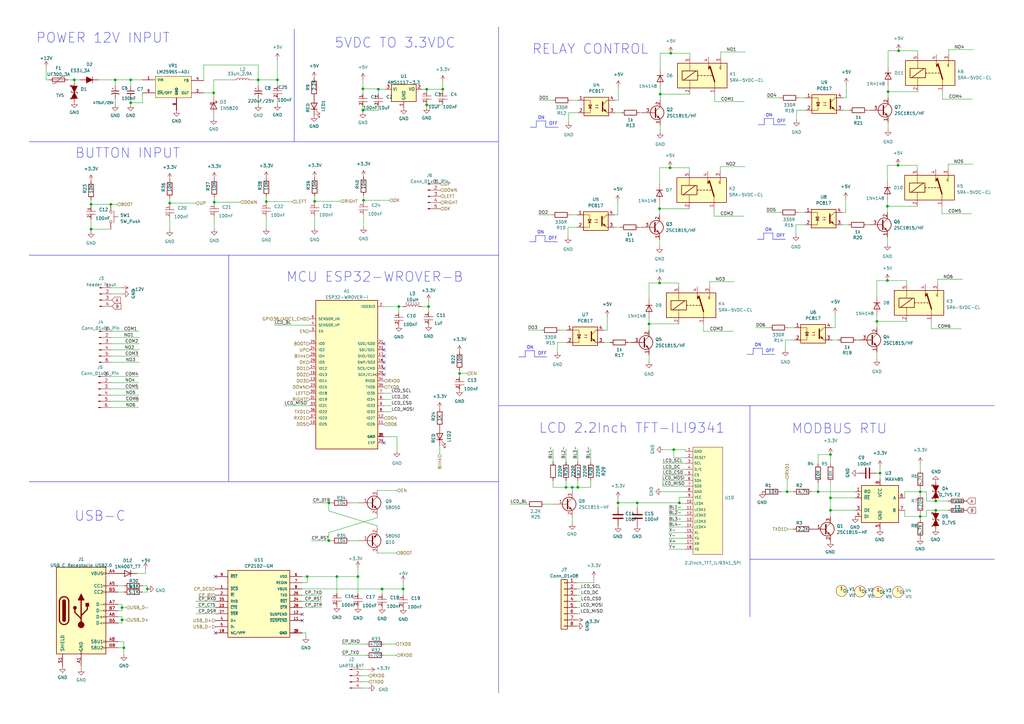
<source format=kicad_sch>
(kicad_sch (version 20230121) (generator eeschema)
  (paper "A3")
  (title_block (title "Esp32_Modbus_relay_hw") (company "Designer: Pham Duc Hien"))
  (junction (at 275.082 21.844))
  (junction (at 360.934 194.056))
  (junction (at 234.696 199.898))
  (junction (at 134.874 221.742))
  (junction (at 383.794 209.296))
  (junction (at 261.366 206.248))
  (junction (at 53.594 32.766))
  (junction (at 181.61 36.576))
  (junction (at 270.764 38.608))
  (junction (at 359.664 131.826))
  (junction (at 377.444 211.836))
  (junction (at 270.51 85.598))
  (junction (at 274.828 68.834))
  (junction (at 138.176 236.474))
  (junction (at 383.794 205.486))
  (junction (at 236.982 199.898))
  (junction (at 47.244 32.766))
  (junction (at 113.792 32.766))
  (junction (at 266.192 132.842))
  (junction (at 278.638 206.248))
  (junction (at 322.834 201.676))
  (junction (at 165.354 241.554))
  (junction (at 53.594 42.164))
  (junction (at 148.844 45.212))
  (junction (at 155.194 36.576))
  (junction (at 276.352 184.404))
  (junction (at 87.63 38.1))
  (junction (at 163.576 125.73))
  (junction (at 270.51 116.078))
  (junction (at 50.038 249.174))
  (junction (at 37.338 83.82))
  (junction (at 188.468 153.162))
  (junction (at 146.812 236.474))
  (junction (at 175.768 125.73))
  (junction (at 363.982 115.062))
  (junction (at 149.098 82.169))
  (junction (at 363.982 84.582))
  (junction (at 50.8 265.684))
  (junction (at 340.614 204.216))
  (junction (at 45.466 83.82))
  (junction (at 134.874 206.248))
  (junction (at 156.718 241.554))
  (junction (at 368.3 67.818))
  (junction (at 30.48 32.766))
  (junction (at 340.614 209.296))
  (junction (at 253.492 206.248))
  (junction (at 69.596 83.312))
  (junction (at 335.534 201.676))
  (junction (at 377.444 201.676))
  (junction (at 175.006 43.053))
  (junction (at 175.006 36.576))
  (junction (at 364.236 37.592))
  (junction (at 109.22 82.677))
  (junction (at 129.032 82.55))
  (junction (at 60.452 241.554))
  (junction (at 148.844 36.449))
  (junction (at 125.984 236.474))
  (junction (at 105.918 32.766))
  (junction (at 37.338 93.98))
  (junction (at 232.156 199.898))
  (junction (at 368.554 20.828))
  (junction (at 87.884 82.931))
  (junction (at 50.038 254.254))
  (junction (at 340.614 186.436))
  (no_connect (at 123.952 254.508))
  (no_connect (at 157.48 146.05))
  (no_connect (at 157.48 140.97))
  (no_connect (at 88.392 259.588))
  (no_connect (at 157.48 151.13))
  (no_connect (at 88.392 236.474))
  (no_connect (at 157.48 148.59))
  (no_connect (at 157.48 181.61))
  (no_connect (at 157.48 143.51))
  (no_connect (at 157.48 153.67))
  (no_connect (at 123.952 251.968))
  (wire (pts (xy 323.088 134.366) (xy 325.882 134.366)))
  (wire (pts (xy 383.794 205.486) (xy 379.984 205.486)))
  (wire (pts (xy 50.038 254.254) (xy 51.816 254.254)))
  (wire (pts (xy 335.534 186.436) (xy 340.614 186.436)))
  (wire (pts (xy 386.588 37.592) (xy 386.588 40.64)))
  (wire (pts (xy 271.78 189.992) (xy 281.178 189.992)))
  (wire (pts (xy 129.032 80.518) (xy 129.032 82.55)))
  (wire (pts (xy 253.492 204.343) (xy 253.492 206.248)))
  (polyline (pts (xy 223.7994 52.1462) (xy 228.8794 52.1462)))
  (wire (pts (xy 112.522 133.35) (xy 127 133.35)))
  (wire (pts (xy 327.66 40.132) (xy 330.454 40.132)))
  (wire (pts (xy 69.596 81.28) (xy 69.596 83.312)))
  (wire (pts (xy 128.27 206.248) (xy 134.874 206.248)))
  (wire (pts (xy 364.236 37.592) (xy 376.428 37.592)))
  (wire (pts (xy 340.614 204.216) (xy 340.614 209.296)))
  (polyline (pts (xy 312.6994 142.8242) (xy 312.6994 145.3642)))
  (wire (pts (xy 33.274 273.304) (xy 33.274 274.32)))
  (wire (pts (xy 251.968 93.218) (xy 254.508 93.218)))
  (polyline (pts (xy 310.6674 98.1202) (xy 313.2074 98.1202)))
  (wire (pts (xy 379.984 209.296) (xy 379.984 211.836)))
  (wire (pts (xy 129.032 88.392) (xy 129.032 93.472)))
  (wire (pts (xy 37.338 89.789) (xy 37.338 93.98)))
  (wire (pts (xy 242.316 184.15) (xy 242.316 189.484)))
  (wire (pts (xy 359.664 144.526) (xy 359.664 147.32)))
  (wire (pts (xy 188.468 153.162) (xy 191.516 153.162)))
  (wire (pts (xy 364.236 37.592) (xy 364.236 40.132)))
  (polyline (pts (xy 308.8894 145.3642) (xy 308.8894 142.8242)))
  (wire (pts (xy 377.444 211.836) (xy 379.984 211.836)))
  (wire (pts (xy 236.728 93.218) (xy 232.9688 93.218)))
  (wire (pts (xy 50.038 249.174) (xy 51.816 249.174)))
  (wire (pts (xy 340.614 211.9376) (xy 340.614 209.296)))
  (wire (pts (xy 360.934 196.596) (xy 360.934 194.056)))
  (wire (pts (xy 175.006 43.053) (xy 175.006 43.942)))
  (wire (pts (xy 123.952 244.094) (xy 132.08 244.094)))
  (wire (pts (xy 155.194 43.561) (xy 155.194 45.212)))
  (wire (pts (xy 45.72 135.89) (xy 57.15 135.89)))
  (wire (pts (xy 50.038 250.444) (xy 48.514 250.444)))
  (wire (pts (xy 253.492 206.248) (xy 253.492 208.026)))
  (wire (pts (xy 335.534 201.676) (xy 350.774 201.676)))
  (wire (pts (xy 262.382 46.228) (xy 263.144 46.228)))
  (wire (pts (xy 87.63 47.244) (xy 87.63 48.514)))
  (wire (pts (xy 109.22 82.677) (xy 109.22 83.439)))
  (wire (pts (xy 69.596 83.312) (xy 80.264 83.312)))
  (wire (pts (xy 345.694 40.132) (xy 347.091 40.132)))
  (wire (pts (xy 252.222 41.148) (xy 253.619 41.148)))
  (wire (pts (xy 379.984 205.486) (xy 379.984 201.676)))
  (wire (pts (xy 37.338 93.98) (xy 45.466 93.98)))
  (wire (pts (xy 181.61 36.576) (xy 181.61 37.465)))
  (wire (pts (xy 83.566 38.1) (xy 87.63 38.1)))
  (wire (pts (xy 105.918 35.306) (xy 105.918 32.766)))
  (polyline (pts (xy 212.8012 146.3802) (xy 215.4174 146.3802)))
  (wire (pts (xy 37.338 81.915) (xy 37.338 83.82)))
  (wire (pts (xy 278.384 116.078) (xy 270.51 116.078)))
  (wire (pts (xy 163.576 125.73) (xy 165.354 125.73)))
  (polyline (pts (xy 317.0174 98.1202) (xy 322.0974 98.1202)))
  (wire (pts (xy 123.952 236.474) (xy 125.984 236.474)))
  (wire (pts (xy 266.192 116.078) (xy 270.51 116.078)))
  (wire (pts (xy 236.474 241.554) (xy 238.252 241.554)))
  (wire (pts (xy 261.366 206.248) (xy 253.492 206.248)))
  (wire (pts (xy 371.856 115.062) (xy 363.982 115.062)))
  (polyline (pts (xy 317.0174 95.5802) (xy 317.0174 98.1202)))
  (wire (pts (xy 386.334 84.582) (xy 386.334 87.63)))
  (wire (pts (xy 154.686 215.646) (xy 134.874 209.55)))
  (wire (pts (xy 266.192 122.682) (xy 266.192 116.078)))
  (wire (pts (xy 251.968 88.138) (xy 253.365 88.138)))
  (wire (pts (xy 45.466 167.132) (xy 56.896 167.132)))
  (wire (pts (xy 138.176 236.474) (xy 146.812 236.474)))
  (wire (pts (xy 223.52 206.756) (xy 227.076 206.756)))
  (wire (pts (xy 155.194 36.576) (xy 155.194 36.449)))
  (wire (pts (xy 123.952 241.554) (xy 156.718 241.554)))
  (wire (pts (xy 154.686 212.344) (xy 134.874 218.44)))
  (wire (pts (xy 157.734 264.16) (xy 162.306 264.16)))
  (wire (pts (xy 113.792 32.766) (xy 113.792 35.306)))
  (wire (pts (xy 309.9816 134.366) (xy 315.468 134.366)))
  (wire (pts (xy 113.792 40.386) (xy 113.792 42.672)))
  (wire (pts (xy 282.702 70.358) (xy 282.702 68.834)))
  (wire (pts (xy 123.952 246.634) (xy 131.826 246.634)))
  (wire (pts (xy 234.696 211.836) (xy 234.696 214.63)))
  (wire (pts (xy 291.084 117.602) (xy 291.084 115.57)))
  (wire (pts (xy 59.69 233.426) (xy 59.69 235.204)))
  (wire (pts (xy 276.352 184.404) (xy 272.034 184.404)))
  (wire (pts (xy 236.982 46.228) (xy 233.2228 46.228)))
  (wire (pts (xy 125.984 239.014) (xy 125.984 236.474)))
  (wire (pts (xy 340.614 204.216) (xy 350.774 204.216)))
  (wire (pts (xy 173.228 36.576) (xy 175.006 36.576)))
  (polyline (pts (xy 223.5454 99.1362) (xy 228.6254 99.1362)))
  (wire (pts (xy 149.098 82.169) (xy 159.766 82.169)))
  (wire (pts (xy 236.474 249.174) (xy 237.998 249.174)))
  (polyline (pts (xy 204.724 166.37) (xy 407.924 166.37)))
  (wire (pts (xy 47.244 40.386) (xy 47.244 42.926)))
  (wire (pts (xy 274.32 218.44) (xy 281.178 218.44)))
  (polyline (pts (xy 312.6994 145.3642) (xy 317.7794 145.3642)))
  (wire (pts (xy 270.51 83.058) (xy 270.51 85.598)))
  (wire (pts (xy 135.89 221.742) (xy 134.874 221.742)))
  (wire (pts (xy 327.406 87.122) (xy 330.2 87.122)))
  (wire (pts (xy 116.586 166.37) (xy 127 166.37)))
  (wire (pts (xy 278.638 206.248) (xy 278.638 203.962)))
  (wire (pts (xy 236.474 239.014) (xy 243.586 239.014)))
  (wire (pts (xy 322.1228 139.446) (xy 322.1228 143.4084)))
  (wire (pts (xy 138.176 236.474) (xy 138.176 243.332)))
  (wire (pts (xy 326.4408 92.202) (xy 326.4408 96.1644)))
  (wire (pts (xy 351.282 139.446) (xy 352.044 139.446)))
  (wire (pts (xy 364.236 27.432) (xy 364.236 20.828)))
  (wire (pts (xy 388.874 209.296) (xy 383.794 209.296)))
  (wire (pts (xy 175.006 42.545) (xy 175.006 43.053)))
  (wire (pts (xy 109.22 82.677) (xy 119.888 82.677)))
  (wire (pts (xy 105.918 32.766) (xy 113.792 32.766)))
  (wire (pts (xy 188.468 153.162) (xy 188.468 154.686)))
  (wire (pts (xy 58.42 240.284) (xy 60.452 240.284)))
  (wire (pts (xy 140.208 264.16) (xy 150.114 264.16)))
  (wire (pts (xy 45.72 148.59) (xy 57.15 148.59)))
  (wire (pts (xy 228.6508 140.462) (xy 228.6508 144.4244)))
  (wire (pts (xy 50.8 265.684) (xy 50.8 268.478)))
  (polyline (pts (xy 219.2274 146.3802) (xy 224.3074 146.3802)))
  (wire (pts (xy 295.656 23.368) (xy 295.656 21.336)))
  (wire (pts (xy 355.6 92.202) (xy 356.362 92.202)))
  (wire (pts (xy 340.614 222.0976) (xy 340.614 221.996)))
  (wire (pts (xy 48.514 263.144) (xy 50.8 263.144)))
  (wire (pts (xy 234.696 201.676) (xy 234.696 199.898)))
  (wire (pts (xy 48.514 240.284) (xy 50.8 240.284)))
  (wire (pts (xy 271.78 194.818) (xy 281.178 194.818)))
  (polyline (pts (xy 219.9894 49.6062) (xy 223.7994 49.6062)))
  (wire (pts (xy 154.686 201.168) (xy 162.814 201.168)))
  (wire (pts (xy 232.156 199.898) (xy 234.696 199.898)))
  (wire (pts (xy 226.822 197.104) (xy 226.822 199.898)))
  (wire (pts (xy 221.0816 41.148) (xy 226.568 41.148)))
  (polyline (pts (xy 219.2274 143.8402) (xy 219.2274 146.3802)))
  (wire (pts (xy 359.664 131.826) (xy 371.856 131.826)))
  (wire (pts (xy 27.813 32.766) (xy 30.48 32.766)))
  (wire (pts (xy 266.192 130.302) (xy 266.192 132.842)))
  (wire (pts (xy 293.116 38.608) (xy 293.116 41.656)))
  (wire (pts (xy 45.9232 120.5484) (xy 50.2412 120.5484)))
  (wire (pts (xy 261.366 206.248) (xy 278.638 206.248)))
  (wire (pts (xy 60.452 241.554) (xy 60.452 242.824)))
  (wire (pts (xy 292.862 88.646) (xy 305.054 88.646)))
  (wire (pts (xy 270.764 28.448) (xy 270.764 21.844)))
  (polyline (pts (xy 12.192 104.394) (xy 12.192 104.648)))
  (wire (pts (xy 376.174 67.818) (xy 368.3 67.818)))
  (wire (pts (xy 148.59 274.574) (xy 151.13 274.574)))
  (wire (pts (xy 274.32 223.012) (xy 281.178 223.012)))
  (wire (pts (xy 293.116 41.656) (xy 305.308 41.656)))
  (wire (pts (xy 56.134 235.204) (xy 59.69 235.204)))
  (wire (pts (xy 384.556 114.554) (xy 394.716 114.554)))
  (wire (pts (xy 53.594 32.766) (xy 58.42 32.766)))
  (wire (pts (xy 157.48 168.91) (xy 160.528 168.91)))
  (polyline (pts (xy 223.7994 49.6062) (xy 223.7994 52.1462)))
  (polyline (pts (xy 215.4174 143.8402) (xy 219.2274 143.8402)))
  (wire (pts (xy 149.098 88.011) (xy 149.098 93.091)))
  (wire (pts (xy 87.884 82.931) (xy 87.884 83.693)))
  (wire (pts (xy 232.156 184.15) (xy 232.156 189.484)))
  (wire (pts (xy 359.664 121.666) (xy 359.664 115.062)))
  (wire (pts (xy 243.586 239.014) (xy 243.586 236.982)))
  (wire (pts (xy 146.812 236.474) (xy 146.812 243.586)))
  (wire (pts (xy 236.474 251.714) (xy 237.998 251.714)))
  (wire (pts (xy 376.428 20.828) (xy 368.554 20.828)))
  (wire (pts (xy 127.762 221.742) (xy 134.874 221.742)))
  (wire (pts (xy 143.51 206.248) (xy 147.066 206.248)))
  (wire (pts (xy 47.244 32.766) (xy 53.594 32.766)))
  (wire (pts (xy 162.814 179.07) (xy 157.48 179.07)))
  (wire (pts (xy 345.694 45.212) (xy 348.234 45.212)))
  (wire (pts (xy 257.81 140.462) (xy 258.572 140.462)))
  (wire (pts (xy 386.334 87.63) (xy 398.526 87.63)))
  (wire (pts (xy 330.2 92.202) (xy 326.4408 92.202)))
  (wire (pts (xy 345.44 92.202) (xy 347.98 92.202)))
  (wire (pts (xy 377.444 201.676) (xy 379.984 201.676)))
  (wire (pts (xy 58.42 38.1) (xy 58.42 42.164)))
  (wire (pts (xy 382.016 134.874) (xy 394.208 134.874)))
  (wire (pts (xy 270.764 36.068) (xy 270.764 38.608)))
  (wire (pts (xy 58.42 42.164) (xy 53.594 42.164)))
  (wire (pts (xy 325.882 139.446) (xy 322.1228 139.446)))
  (wire (pts (xy 30.48 32.766) (xy 30.48 34.036)))
  (wire (pts (xy 363.982 84.582) (xy 363.982 87.122)))
  (wire (pts (xy 105.918 32.766) (xy 103.378 32.766)))
  (polyline (pts (xy 93.8276 197.5358) (xy 93.8276 104.5972)))
  (wire (pts (xy 45.466 156.972) (xy 56.896 156.972)))
  (wire (pts (xy 320.294 201.676) (xy 322.834 201.676)))
  (wire (pts (xy 295.402 68.326) (xy 305.562 68.326)))
  (wire (pts (xy 165.354 241.554) (xy 156.718 241.554)))
  (wire (pts (xy 383.794 205.486) (xy 388.874 205.486)))
  (wire (pts (xy 364.236 20.828) (xy 368.554 20.828)))
  (wire (pts (xy 236.474 246.634) (xy 238.252 246.634)))
  (wire (pts (xy 281.178 185.166) (xy 281.178 184.404)))
  (wire (pts (xy 266.192 145.542) (xy 266.192 148.336)))
  (wire (pts (xy 340.614 186.436) (xy 340.614 190.246)))
  (polyline (pts (xy 306.3494 145.3642) (xy 308.8894 145.3642)))
  (wire (pts (xy 50.8 263.144) (xy 50.8 265.684)))
  (wire (pts (xy 376.174 69.342) (xy 376.174 67.818)))
  (wire (pts (xy 47.244 35.306) (xy 47.244 32.766)))
  (wire (pts (xy 105.918 26.67) (xy 105.918 32.766)))
  (wire (pts (xy 45.466 164.592) (xy 56.896 164.592)))
  (wire (pts (xy 80.264 249.174) (xy 88.392 249.174)))
  (wire (pts (xy 157.48 163.83) (xy 160.528 163.83)))
  (wire (pts (xy 163.576 125.73) (xy 163.576 128.27)))
  (wire (pts (xy 233.934 88.138) (xy 236.728 88.138)))
  (wire (pts (xy 148.59 282.194) (xy 151.13 282.194)))
  (wire (pts (xy 123.952 239.014) (xy 125.984 239.014)))
  (wire (pts (xy 377.444 211.836) (xy 377.444 213.106)))
  (wire (pts (xy 270.51 98.298) (xy 270.51 101.092)))
  (wire (pts (xy 281.178 206.502) (xy 278.638 206.502)))
  (wire (pts (xy 125.476 259.588) (xy 125.476 261.112)))
  (wire (pts (xy 48.514 265.684) (xy 50.8 265.684)))
  (wire (pts (xy 80.264 246.634) (xy 88.392 246.634)))
  (wire (pts (xy 155.194 45.212) (xy 148.844 45.212)))
  (wire (pts (xy 87.884 88.773) (xy 87.884 93.853)))
  (wire (pts (xy 113.792 24.384) (xy 113.792 32.766)))
  (wire (pts (xy 148.59 277.114) (xy 151.13 277.114)))
  (wire (pts (xy 157.48 161.29) (xy 160.528 161.29)))
  (polyline (pts (xy 313.4614 48.5902) (xy 317.2714 48.5902)))
  (wire (pts (xy 175.006 36.576) (xy 181.61 36.576)))
  (wire (pts (xy 363.982 74.422) (xy 363.982 67.818)))
  (wire (pts (xy 292.862 85.598) (xy 292.862 88.646)))
  (wire (pts (xy 332.994 201.676) (xy 335.534 201.676)))
  (wire (pts (xy 377.444 190.246) (xy 377.444 192.786)))
  (wire (pts (xy 383.794 209.296) (xy 379.984 209.296)))
  (wire (pts (xy 274.32 220.726) (xy 281.178 220.726)))
  (wire (pts (xy 341.122 134.366) (xy 342.519 134.366)))
  (wire (pts (xy 45.466 159.512) (xy 56.896 159.512)))
  (wire (pts (xy 247.65 135.382) (xy 249.047 135.382)))
  (wire (pts (xy 270.764 38.608) (xy 270.764 41.148)))
  (wire (pts (xy 271.78 192.532) (xy 281.178 192.532)))
  (wire (pts (xy 323.088 217.0176) (xy 325.374 217.0176)))
  (wire (pts (xy 371.856 116.586) (xy 371.856 115.062)))
  (wire (pts (xy 48.514 252.984) (xy 50.038 252.984)))
  (wire (pts (xy 270.51 85.598) (xy 270.51 88.138)))
  (wire (pts (xy 342.519 128.8288) (xy 342.519 134.366)))
  (wire (pts (xy 146.812 236.474) (xy 146.812 232.918)))
  (wire (pts (xy 271.526 197.104) (xy 281.178 197.104)))
  (wire (pts (xy 45.9232 118.0084) (xy 49.9872 118.0084)))
  (wire (pts (xy 53.594 42.164) (xy 53.594 42.926)))
  (polyline (pts (xy 204.47 104.648) (xy 12.192 104.648)))
  (wire (pts (xy 143.51 221.742) (xy 147.066 221.742)))
  (wire (pts (xy 288.544 132.842) (xy 288.544 135.89)))
  (wire (pts (xy 135.89 206.248) (xy 134.874 206.248)))
  (wire (pts (xy 278.384 117.602) (xy 278.384 116.078)))
  (wire (pts (xy 266.192 132.842) (xy 278.384 132.842)))
  (polyline (pts (xy 215.4174 146.3802) (xy 215.4174 143.8402)))
  (wire (pts (xy 340.614 197.866) (xy 340.614 204.216)))
  (wire (pts (xy 384.556 116.586) (xy 384.556 114.554)))
  (polyline (pts (xy 307.594 166.37) (xy 307.594 252.984)))
  (wire (pts (xy 69.596 89.154) (xy 69.596 94.234)))
  (wire (pts (xy 281.178 184.404) (xy 276.352 184.404)))
  (wire (pts (xy 162.814 184.912) (xy 162.814 179.07)))
  (wire (pts (xy 261.366 208.026) (xy 261.366 206.248)))
  (wire (pts (xy 87.884 80.899) (xy 87.884 82.931)))
  (wire (pts (xy 87.63 38.1) (xy 87.63 32.766)))
  (wire (pts (xy 148.59 279.654) (xy 151.13 279.654)))
  (wire (pts (xy 80.264 251.714) (xy 88.392 251.714)))
  (wire (pts (xy 371.094 211.836) (xy 371.094 209.296)))
  (wire (pts (xy 45.72 143.51) (xy 57.15 143.51)))
  (wire (pts (xy 335.534 190.246) (xy 335.534 186.436)))
  (wire (pts (xy 389.128 22.352) (xy 389.128 20.32)))
  (wire (pts (xy 270.51 68.834) (xy 274.828 68.834)))
  (wire (pts (xy 341.122 139.446) (xy 343.662 139.446)))
  (wire (pts (xy 105.918 40.386) (xy 105.918 42.926)))
  (wire (pts (xy 53.594 40.386) (xy 53.594 42.164)))
  (wire (pts (xy 48.514 255.524) (xy 50.038 255.524)))
  (wire (pts (xy 314.5536 40.132) (xy 320.04 40.132)))
  (polyline (pts (xy 313.4614 51.1302) (xy 313.4614 48.5902)))
  (wire (pts (xy 282.956 23.368) (xy 282.956 21.844)))
  (wire (pts (xy 330.454 45.212) (xy 326.6948 45.212)))
  (wire (pts (xy 281.178 187.706) (xy 276.352 187.706)))
  (wire (pts (xy 326.6948 45.212) (xy 326.6948 49.1744)))
  (polyline (pts (xy 204.47 284.226) (xy 204.47 11.176)))
  (wire (pts (xy 175.006 43.053) (xy 181.61 43.053)))
  (wire (pts (xy 154.686 215.646) (xy 154.686 216.662)))
  (wire (pts (xy 87.63 38.1) (xy 87.63 39.624)))
  (wire (pts (xy 295.402 70.358) (xy 295.402 68.326)))
  (wire (pts (xy 157.988 36.576) (xy 155.194 36.576)))
  (wire (pts (xy 45.72 138.43) (xy 57.15 138.43)))
  (wire (pts (xy 266.192 132.842) (xy 266.192 135.382)))
  (wire (pts (xy 157.48 166.37) (xy 160.528 166.37)))
  (wire (pts (xy 236.982 197.104) (xy 236.982 199.898)))
  (wire (pts (xy 123.952 249.174) (xy 131.826 249.174)))
  (wire (pts (xy 172.974 125.73) (xy 175.768 125.73)))
  (wire (pts (xy 274.32 225.298) (xy 281.178 225.298)))
  (wire (pts (xy 270.51 75.438) (xy 270.51 68.834)))
  (wire (pts (xy 37.338 93.98) (xy 37.338 94.869)))
  (wire (pts (xy 363.982 84.582) (xy 376.174 84.582)))
  (wire (pts (xy 229.616 135.382) (xy 232.41 135.382)))
  (polyline (pts (xy 317.2714 48.5902) (xy 317.2714 51.1302)))
  (wire (pts (xy 209.296 206.756) (xy 215.9 206.756)))
  (wire (pts (xy 69.596 83.312) (xy 69.596 84.074)))
  (wire (pts (xy 134.874 209.55) (xy 134.874 206.248)))
  (wire (pts (xy 389.128 20.32) (xy 399.288 20.32)))
  (wire (pts (xy 226.822 199.898) (xy 232.156 199.898)))
  (wire (pts (xy 123.952 259.588) (xy 125.476 259.588)))
  (polyline (pts (xy 219.7354 96.5962) (xy 223.5454 96.5962)))
  (wire (pts (xy 134.874 218.44) (xy 134.874 221.742)))
  (polyline (pts (xy 313.2074 95.5802) (xy 317.0174 95.5802)))
  (wire (pts (xy 157.734 268.732) (xy 162.56 268.732)))
  (polyline (pts (xy 317.2714 51.1302) (xy 322.3514 51.1302)))
  (wire (pts (xy 359.664 129.286) (xy 359.664 131.826)))
  (wire (pts (xy 148.844 43.561) (xy 148.844 45.212)))
  (wire (pts (xy 45.466 154.432) (xy 56.896 154.432)))
  (wire (pts (xy 37.338 83.82) (xy 37.338 84.709)))
  (wire (pts (xy 295.656 21.336) (xy 305.816 21.336)))
  (wire (pts (xy 175.768 123.444) (xy 175.768 125.73)))
  (wire (pts (xy 359.664 115.062) (xy 363.982 115.062)))
  (polyline (pts (xy 313.2074 98.1202) (xy 313.2074 95.5802)))
  (wire (pts (xy 157.48 125.73) (xy 163.576 125.73)))
  (wire (pts (xy 155.194 36.576) (xy 155.194 38.481)))
  (wire (pts (xy 363.982 82.042) (xy 363.982 84.582)))
  (wire (pts (xy 175.006 36.576) (xy 175.006 37.465)))
  (wire (pts (xy 274.32 216.154) (xy 281.178 216.154)))
  (wire (pts (xy 140.208 268.732) (xy 150.114 268.732)))
  (wire (pts (xy 220.8276 88.138) (xy 226.314 88.138)))
  (wire (pts (xy 156.718 243.84) (xy 156.718 241.554)))
  (wire (pts (xy 377.444 201.676) (xy 377.444 202.946)))
  (wire (pts (xy 180.34 182.88) (xy 180.34 186.182)))
  (wire (pts (xy 87.884 82.931) (xy 98.552 82.931)))
  (polyline (pts (xy 219.9894 52.1462) (xy 219.9894 49.6062)))
  (wire (pts (xy 232.9688 93.218) (xy 232.9688 97.1804)))
  (polyline (pts (xy 217.1954 99.1362) (xy 219.7354 99.1362)))
  (wire (pts (xy 274.32 209.042) (xy 281.178 209.042)))
  (wire (pts (xy 233.2228 46.228) (xy 233.2228 50.1904)))
  (wire (pts (xy 50.038 247.904) (xy 50.038 249.174)))
  (wire (pts (xy 282.956 21.844) (xy 275.082 21.844)))
  (wire (pts (xy 382.016 131.826) (xy 382.016 134.874)))
  (wire (pts (xy 48.514 247.904) (xy 50.038 247.904)))
  (polyline (pts (xy 120.65 11.938) (xy 120.65 58.166)))
  (wire (pts (xy 274.32 211.328) (xy 281.178 211.328)))
  (wire (pts (xy 364.236 50.292) (xy 364.236 53.086)))
  (wire (pts (xy 291.084 115.57) (xy 301.244 115.57)))
  (wire (pts (xy 18.923 32.766) (xy 20.193 32.766)))
  (wire (pts (xy 386.588 40.64) (xy 398.78 40.64)))
  (wire (pts (xy 50.038 254.254) (xy 50.038 255.524)))
  (wire (pts (xy 355.854 45.212) (xy 356.616 45.212)))
  (wire (pts (xy 322.834 196.4436) (xy 322.834 201.676)))
  (wire (pts (xy 234.188 41.148) (xy 236.982 41.148)))
  (wire (pts (xy 109.22 88.519) (xy 109.22 93.599)))
  (wire (pts (xy 282.702 68.834) (xy 274.828 68.834)))
  (wire (pts (xy 226.822 184.15) (xy 226.822 189.484)))
  (wire (pts (xy 50.038 249.174) (xy 50.038 250.444)))
  (wire (pts (xy 252.222 46.228) (xy 254.762 46.228)))
  (wire (pts (xy 165.354 241.554) (xy 165.354 238.76)))
  (wire (pts (xy 148.844 36.449) (xy 148.844 38.481)))
  (wire (pts (xy 274.32 213.868) (xy 281.178 213.868)))
  (wire (pts (xy 148.844 32.639) (xy 148.844 36.449)))
  (wire (pts (xy 247.65 140.462) (xy 250.19 140.462)))
  (wire (pts (xy 363.982 67.818) (xy 368.3 67.818)))
  (polyline (pts (xy 307.594 229.362) (xy 407.924 229.362)))
  (wire (pts (xy 149.098 82.169) (xy 149.098 82.931)))
  (wire (pts (xy 37.338 83.82) (xy 45.466 83.82)))
  (wire (pts (xy 253.365 82.6008) (xy 253.365 88.138)))
  (wire (pts (xy 181.61 43.053) (xy 181.61 42.545)))
  (wire (pts (xy 377.444 210.566) (xy 377.444 211.836)))
  (wire (pts (xy 278.638 206.502) (xy 278.638 206.248)))
  (wire (pts (xy 45.466 162.052) (xy 56.896 162.052)))
  (wire (pts (xy 359.664 131.826) (xy 359.664 134.366)))
  (wire (pts (xy 388.874 69.342) (xy 388.874 67.31)))
  (wire (pts (xy 236.982 184.15) (xy 236.982 189.484)))
  (wire (pts (xy 87.63 32.766) (xy 95.758 32.766)))
  (wire (pts (xy 270.764 51.308) (xy 270.764 54.102)))
  (wire (pts (xy 155.194 36.449) (xy 148.844 36.449)))
  (wire (pts (xy 165.354 244.094) (xy 165.354 241.554)))
  (wire (pts (xy 371.094 201.676) (xy 377.444 201.676)))
  (polyline (pts (xy 204.47 11.176) (xy 204.47 11.43)))
  (wire (pts (xy 360.934 191.516) (xy 360.934 194.056)))
  (polyline (pts (xy 11.938 58.166) (xy 204.216 58.166)))
  (wire (pts (xy 276.352 187.706) (xy 276.352 184.404)))
  (wire (pts (xy 181.61 33.528) (xy 181.61 36.576)))
  (wire (pts (xy 322.834 201.676) (xy 325.374 201.676)))
  (wire (pts (xy 364.236 35.052) (xy 364.236 37.592)))
  (wire (pts (xy 154.686 212.344) (xy 154.686 211.328)))
  (wire (pts (xy 262.128 93.218) (xy 262.89 93.218)))
  (wire (pts (xy 340.614 209.296) (xy 350.774 209.296)))
  (wire (pts (xy 236.982 199.898) (xy 242.316 199.898)))
  (wire (pts (xy 188.468 151.892) (xy 188.468 153.162)))
  (wire (pts (xy 314.2996 87.122) (xy 319.786 87.122)))
  (polyline (pts (xy 223.5454 96.5962) (xy 223.5454 99.1362)))
  (polyline (pts (xy 308.8894 142.8242) (xy 312.6994 142.8242)))
  (wire (pts (xy 371.094 204.216) (xy 371.094 201.676)))
  (wire (pts (xy 347.091 34.5948) (xy 347.091 40.132)))
  (wire (pts (xy 83.566 26.67) (xy 105.918 26.67)))
  (wire (pts (xy 125.984 236.474) (xy 138.176 236.474)))
  (wire (pts (xy 109.22 80.645) (xy 109.22 82.677)))
  (wire (pts (xy 335.534 197.866) (xy 335.534 201.676)))
  (polyline (pts (xy 310.9214 51.1302) (xy 313.4614 51.1302)))
  (wire (pts (xy 346.837 81.5848) (xy 346.837 87.122)))
  (wire (pts (xy 18.923 27.686) (xy 18.923 32.766)))
  (wire (pts (xy 45.466 83.82) (xy 48.006 83.82)))
  (wire (pts (xy 149.098 80.137) (xy 149.098 82.169)))
  (wire (pts (xy 175.768 125.73) (xy 175.768 128.016)))
  (wire (pts (xy 48.514 242.824) (xy 50.8 242.824)))
  (wire (pts (xy 377.444 200.406) (xy 377.444 201.676)))
  (wire (pts (xy 249.047 129.8448) (xy 249.047 135.382)))
  (polyline (pts (xy 219.7354 99.1362) (xy 219.7354 96.5962)))
  (wire (pts (xy 45.72 140.97) (xy 57.15 140.97)))
  (wire (pts (xy 40.513 32.766) (xy 47.244 32.766)))
  (wire (pts (xy 236.474 244.094) (xy 238.252 244.094)))
  (wire (pts (xy 53.594 32.766) (xy 53.594 35.306)))
  (wire (pts (xy 234.696 199.898) (xy 236.982 199.898)))
  (wire (pts (xy 288.544 135.89) (xy 300.736 135.89)))
  (wire (pts (xy 360.934 194.056) (xy 359.664 194.056)))
  (wire (pts (xy 270.764 38.608) (xy 282.956 38.608)))
  (polyline (pts (xy 11.938 197.612) (xy 204.47 197.612)))
  (wire (pts (xy 363.982 97.282) (xy 363.982 100.076)))
  (wire (pts (xy 83.566 33.02) (xy 83.566 26.67)))
  (polyline (pts (xy 217.4494 52.1462) (xy 219.9894 52.1462)))
  (wire (pts (xy 216.5096 135.382) (xy 221.996 135.382)))
  (wire (pts (xy 30.48 32.766) (xy 32.893 32.766)))
  (wire (pts (xy 271.526 201.676) (xy 281.178 201.676)))
  (wire (pts (xy 232.41 140.462) (xy 228.6508 140.462)))
  (wire (pts (xy 148.844 45.212) (xy 148.844 45.847)))
  (wire (pts (xy 270.764 21.844) (xy 275.082 21.844)))
  (wire (pts (xy 45.72 146.05) (xy 57.15 146.05)))
  (wire (pts (xy 388.874 67.31) (xy 399.034 67.31)))
  (wire (pts (xy 50.038 252.984) (xy 50.038 254.254)))
  (wire (pts (xy 60.452 240.284) (xy 60.452 241.554)))
  (wire (pts (xy 232.156 197.104) (xy 232.156 199.898)))
  (wire (pts (xy 271.526 199.39) (xy 281.178 199.39)))
  (wire (pts (xy 278.638 203.962) (xy 281.178 203.962)))
  (wire (pts (xy 270.51 85.598) (xy 282.702 85.598)))
  (wire (pts (xy 376.428 22.352) (xy 376.428 20.828)))
  (wire (pts (xy 60.452 242.824) (xy 58.42 242.824)))
  (wire (pts (xy 345.44 87.122) (xy 346.837 87.122)))
  (wire (pts (xy 129.032 82.55) (xy 139.7 82.55)))
  (wire (pts (xy 371.094 211.836) (xy 377.444 211.836)))
  (wire (pts (xy 129.032 82.55) (xy 129.032 83.312)))
  (wire (pts (xy 242.316 199.898) (xy 242.316 197.104)))
  (wire (pts (xy 154.686 226.822) (xy 162.56 226.822)))
  (wire (pts (xy 253.619 35.6108) (xy 253.619 41.148)))
  (text "USB-C" (at 30.48 214.122 0) (effects (font (size 4 4)) (justify left bottom)))
  (text "POWER 12V INPUT" (at 14.732 18.034 0) (effects (font (size 4 4)) (justify left bottom)))
  (text "5VDC TO 3.3VDC" (at 137.16 20.066 0) (effects (font (size 4 4)) (justify left bottom)))
  (text "ON" (at 313.7662 95.0976 0) (effects (font (size 1.27 1.27)) (justify left bottom)))
  (text "ON" (at 220.2942 96.1136 0) (effects (font (size 1.27 1.27)) (justify left bottom)))
  (text "OFF" (at 318.3636 97.5106 0) (effects (font (size 1.27 1.27)) (justify left bottom)))
  (text "OFF" (at 314.0456 144.7546 0) (effects (font (size 1.27 1.27)) (justify left bottom)))
  (text "OFF" (at 225.1456 51.5366 0) (effects (font (size 1.27 1.27)) (justify left bottom)))
  (text "OFF" (at 318.6176 50.5206 0) (effects (font (size 1.27 1.27)) (justify left bottom)))
  (text "ON" (at 314.0202 48.1076 0) (effects (font (size 1.27 1.27)) (justify left bottom)))
  (text "MODBUS RTU" (at 324.612 178.308 0) (effects (font (size 4 4)) (justify left bottom)))
  (text "BUTTON INPUT" (at 30.734 65.278 0) (effects (font (size 4 4)) (justify left bottom)))
  (text "ON" (at 309.4482 142.3416 0) (effects (font (size 1.27 1.27)) (justify left bottom)))
  (text "ON" (at 215.9762 143.3576 0) (effects (font (size 1.27 1.27)) (justify left bottom)))
  (text "ON" (at 220.5482 49.1236 0) (effects (font (size 1.27 1.27)) (justify left bottom)))
  (text "OFF" (at 220.5736 145.7706 0) (effects (font (size 1.27 1.27)) (justify left bottom)))
  (text "OFF" (at 224.8916 98.5266 0) (effects (font (size 1.27 1.27)) (justify left bottom)))
  (text "LCD 2.2Inch TFT-ILI9341" (at 220.98 178.054 0) (effects (font (size 4 4)) (justify left bottom)))
  (text "RELAY CONTROL" (at 218.186 22.606 0) (effects (font (size 4 4)) (justify left bottom)))
  (text "MCU ESP32-WROVER-B" (at 117.348 116.078 0) (effects (font (size 4 4)) (justify left bottom)))
  (label "DO3" (at 216.5096 135.382 0))
  (label "CP_TXD" (at 140.208 268.732 0))
  (label "COM4" (at 51.308 154.432 0))
  (label "LCD_MISO" (at 116.586 166.37 0))
  (label "COM3" (at 291.084 135.89 0))
  (label "NO1" (at 297.942 21.336 0))
  (label "BL1-" (at 274.32 209.042 0))
  (label "CP_RXD" (at 81.28 246.634 0))
  (label "NO5" (at 51.562 162.052 0))
  (label "LCD_DC" (at 160.528 163.83 0))
  (label "BL1-" (at 226.822 188.214 90))
  (label "BL4-" (at 274.32 216.154 0))
  (label "DO1" (at 221.0816 41.148 0))
  (label "CP_RST" (at 124.968 246.634 0))
  (label "DO2" (at 220.8276 88.138 0))
  (label "CP_DTR" (at 128.27 206.248 0))
  (label "NO2" (at 297.688 68.326 0))
  (label "CP_RXD" (at 140.208 264.16 0))
  (label "LCD_CS0" (at 238.252 246.634 0))
  (label "NO5" (at 391.16 67.31 0))
  (label "NO4" (at 391.414 20.32 0))
  (label "LCD_MISO" (at 237.998 251.714 0))
  (label "LCD_BL" (at 209.296 206.756 0))
  (label "NO6" (at 386.842 114.554 0))
  (label "NO3" (at 293.37 115.57 0))
  (label "LCD_MOSI" (at 160.528 168.91 0))
  (label "X-" (at 274.32 218.44 0))
  (label "X+" (at 274.32 223.012 0))
  (label "COM1" (at 50.8 135.89 0))
  (label "NO4" (at 51.308 156.972 0))
  (label "NO2" (at 51.054 143.51 0))
  (label "CP_DSR" (at 81.28 251.714 0))
  (label "LCD_SCL" (at 238.252 241.554 0))
  (label "LCD_SCL" (at 271.78 189.992 0))
  (label "NO3" (at 51.562 148.59 0))
  (label "LCD_CS0" (at 160.528 166.37 0))
  (label "BL4-" (at 242.316 188.214 90))
  (label "CP_DTR" (at 124.968 249.174 0))
  (label "COM1" (at 295.656 41.656 0))
  (label "COM6" (at 384.556 134.874 0))
  (label "COM3" (at 51.308 146.05 0))
  (label "DO5" (at 314.2996 87.122 0))
  (label "DO6" (at 309.9816 134.366 0))
  (label "BL2-" (at 274.32 211.328 0))
  (label "COM2" (at 295.402 88.646 0))
  (label "COM2" (at 51.308 140.97 0))
  (label "LCD_MISO" (at 271.526 199.39 0))
  (label "DO4" (at 314.5536 40.132 0))
  (label "Y-" (at 274.32 220.726 0))
  (label "LCD_SCL" (at 160.528 161.29 0))
  (label "COM5" (at 388.874 87.63 0))
  (label "LCD_BL" (at 112.522 133.35 0))
  (label "CP_TXD" (at 124.968 244.094 0))
  (label "NO1" (at 50.8 138.43 0))
  (label "LCD_DC" (at 238.252 244.094 0))
  (label "BL3-" (at 274.32 213.868 0))
  (label "LCD_MOSI" (at 237.998 249.174 0))
  (label "CP_RST" (at 127.762 221.742 0))
  (label "CP_CTS" (at 81.28 249.174 0))
  (label "BL2-" (at 232.156 188.214 90))
  (label "LCD_CS0" (at 271.78 194.818 0))
  (label "Y+" (at 274.32 225.298 0))
  (label "COM4" (at 389.128 40.64 0))
  (label "LCD_MOSI" (at 271.526 197.104 0))
  (label "COM6" (at 51.562 164.592 0))
  (label "NO6" (at 51.562 167.132 0))
  (label "LCD_DC" (at 271.78 192.532 0))
  (label "COM5" (at 51.308 159.512 0))
  (label "BL3-" (at 236.982 188.214 90))
  (global_label "B" (shape input) (at 45.9232 125.6284 0) (property "Intersheetrefs" "${INTERSHEET_REFS}" (effects hide)))
  (global_label "B" (shape input) (at 396.494 209.296 0) (property "Intersheetrefs" "${INTERSHEET_REFS}" (effects hide)))
  (global_label "A" (shape input) (at 45.9232 123.0884 0) (property "Intersheetrefs" "${INTERSHEET_REFS}" (effects hide)))
  (global_label "A" (shape input) (at 396.494 205.486 0) (property "Intersheetrefs" "${INTERSHEET_REFS}" (effects hide)))
  (hierarchical_label "DO5" (shape input) (at 127 173.99 180))
  (hierarchical_label "RIGHT" (shape input) (at 139.7 82.55 0))
  (hierarchical_label "EN" (shape input) (at 127 135.89 180))
  (hierarchical_label "USB_D+" (shape input) (at 51.816 254.254 0))
  (hierarchical_label "DO4" (shape input) (at 157.48 171.45 0))
  (hierarchical_label "DOWN" (shape input) (at 180.594 77.978 0))
  (hierarchical_label "USB_D-" (shape input) (at 88.392 257.048 180))
  (hierarchical_label "UP" (shape input) (at 127 143.51 180))
  (hierarchical_label "DOWN" (shape input) (at 127 158.75 180))
  (hierarchical_label "Blink" (shape input) (at 127 146.05 180))
  (hierarchical_label "LEFT" (shape input) (at 180.594 80.518 0))
  (hierarchical_label "UP" (shape input) (at 180.594 75.438 0))
  (hierarchical_label "DO1" (shape input) (at 127 151.13 180))
  (hierarchical_label "Blink" (shape input) (at 180.34 186.182 270))
  (hierarchical_label "BOOT" (shape input) (at 162.56 226.822 0))
  (hierarchical_label "RIGHT" (shape input) (at 127 163.83 180))
  (hierarchical_label "DO6" (shape input) (at 157.48 173.99 0))
  (hierarchical_label "BOOT" (shape input) (at 48.006 83.82 0))
  (hierarchical_label "CP_DCD" (shape input) (at 88.392 241.554 180))
  (hierarchical_label "EN" (shape input) (at 162.814 201.168 0))
  (hierarchical_label "TXD0" (shape input) (at 157.48 158.75 0))
  (hierarchical_label "TXD1" (shape input) (at 323.088 217.0176 180))
  (hierarchical_label "RXD1" (shape input) (at 127 171.45 180))
  (hierarchical_label "RXD0" (shape input) (at 151.13 277.114 0))
  (hierarchical_label "RIGHT" (shape input) (at 180.594 83.058 0))
  (hierarchical_label "RXD1" (shape input) (at 322.834 196.4436 90))
  (hierarchical_label "CP_RI" (shape input) (at 88.392 244.094 180))
  (hierarchical_label "BOOT" (shape input) (at 127 140.97 180))
  (hierarchical_label "DO2" (shape input) (at 127 153.67 180))
  (hierarchical_label "UP" (shape input) (at 80.264 83.312 0))
  (hierarchical_label "RXD0" (shape input) (at 157.48 156.21 0))
  (hierarchical_label "DOWN" (shape input) (at 98.552 82.931 0))
  (hierarchical_label "OK" (shape input) (at 159.766 82.169 0))
  (hierarchical_label "OK" (shape input) (at 127 148.59 180))
  (hierarchical_label "OK" (shape input) (at 180.594 85.598 0))
  (hierarchical_label "DO3" (shape input) (at 127 156.21 180))
  (hierarchical_label "TXD0" (shape input) (at 162.306 264.16 0))
  (hierarchical_label "EN" (shape input) (at 191.516 153.162 0))
  (hierarchical_label "LEFT" (shape input) (at 127 161.29 180))
  (hierarchical_label "TXD1" (shape input) (at 127 168.91 180))
  (hierarchical_label "TXD0" (shape input) (at 151.13 279.654 0))
  (hierarchical_label "RXD0" (shape input) (at 162.56 268.732 0))
  (hierarchical_label "USB_D+" (shape input) (at 88.392 254.508 180))
  (hierarchical_label "USB_D-" (shape input) (at 51.816 249.174 0))
  (hierarchical_label "GPIO36{slash}ADC1_CH0" (shape input) (at 127 130.81 180))
  (hierarchical_label "LEFT" (shape input) (at 119.888 82.677 0))
  (symbol (lib_id "library_by_DH:Capasitor_SMD") (at 148.844 41.656 0) (unit 1)
    (property "Reference" "C1" (at 152.019 39.7509 0) (effects (justify left)))
    (property "Value" "100nF" (at 148.844 44.196 0) (effects (justify left)))
    (property "Footprint" "Capacitor_SMD:C_0805_2012Metric_Pad1.18x1.45mm_HandSolder" (effects hide))
  )
  (symbol (lib_id "power:+3.3V") (at 188.468 144.272 0) (unit 1)
    (property "Reference" "#PWR057" (effects hide))
    (property "Value" "+3.3V" (at 188.468 139.192 0))
  )
  (symbol (lib_id "Diode:1N4148") (at 266.192 126.492 270) (unit 1)
    (property "Reference" "D9" (at 268.732 125.2219 90) (effects (justify left)))
    (property "Value" "1N4148" (at 257.3782 129.5908 90) (effects (justify left)))
    (property "Footprint" "Diode_SMD:D_SMA" (effects hide))
    (property "Datasheet" "https://assets.nexperia.com/documents/data-sheet/1N4148_1N4448.pdf" (effects hide))
  )
  (symbol (lib_name "GND_1") (lib_id "power:GND") (at 175.768 133.096 0) (unit 1)
    (property "Reference" "#PWR055" (effects hide))
    (property "Value" "GND" (at 175.768 137.922 0))
  )
  (symbol (lib_id "library_by_DH:Capasitor_SMD") (at 181.61 40.64 0) (unit 1)
    (property "Reference" "C4" (at 184.785 38.7349 0) (effects (justify left)))
    (property "Value" "100nF" (at 181.61 43.815 0) (effects (justify left)))
    (property "Footprint" "Capacitor_SMD:C_0805_2012Metric" (effects hide))
  )
  (symbol (lib_id "lib_Hien:CP2102") (at 106.172 251.714 0) (unit 1)
    (property "Reference" "U11" (at 106.172 229.616 0))
    (property "Value" "CP2102-GM" (at 106.172 232.156 0))
    (property "Footprint" "Lib_Hien:CP2102" (effects hide))
    (property "MANUFACTURER" "Silicon Labs" (effects hide))
    (property "PRICE" "3.43 USD" (effects hide))
    (property "SNAPEDA_PACKAGE_ID" "11371" (effects hide))
    (property "PACKAGE" "QFN-28 Silicon Labs" (effects hide))
    (property "PARTREV" "1.8" (effects hide))
    (property "DESCRIPTION" "IC USB-TO-UART BRIDGE 28VQFN" (effects hide))
    (property "STANDARD" "IPC-7351B" (effects hide))
    (property "AVAILABILITY" "Good" (effects hide))
    (property "MP" "CP2102-GM" (effects hide))
  )
  (symbol (lib_id "power:GND") (at 312.674 201.676 0) (mirror y) (unit 1)
    (property "Reference" "#PWR08" (effects hide))
    (property "Value" "GND" (at 312.547 206.0702 0))
  )
  (symbol (lib_id "Isolator:PC817") (at 333.502 136.906 0) (unit 1)
    (property "Reference" "U6" (at 333.502 128.016 0))
    (property "Value" "PC817" (at 333.502 130.556 0))
    (property "Footprint" "Package_DIP:SMDIP-4_W9.53mm" (effects hide))
    (property "Datasheet" "http://www.soselectronic.cz/a_info/resource/d/pc817.pdf" (effects hide))
  )
  (symbol (lib_name "GND_1") (lib_id "power:GND") (at 188.468 159.766 0) (unit 1)
    (property "Reference" "#PWR056" (effects hide))
    (property "Value" "GND" (at 188.468 164.592 0))
  )
  (symbol (lib_id "power:GND") (at 271.526 201.676 270) (mirror x) (unit 1)
    (property "Reference" "#PWR066" (effects hide))
    (property "Value" "GND" (at 267.1318 201.549 0))
  )
  (symbol (lib_id "Device:Polyfuse") (at 24.003 32.766 90) (unit 1)
    (property "Reference" "F1" (at 24.003 27.94 90))
    (property "Value" "UF300_3A" (at 24.003 30.48 90))
    (property "Footprint" "Fuse:Fuse_BelFuse_0ZRE0033FF_L11.4mm_W3.8mm" (effects hide))
  )
  (symbol (lib_id "Transistor_BJT:2SC1815") (at 361.442 92.202 0) (unit 1)
    (property "Reference" "Q6" (at 366.522 90.9319 0) (effects (justify left)))
    (property "Value" "2SC1815/HF" (at 366.522 93.4719 0) (effects (justify left)))
    (property "Footprint" "Package_TO_SOT_SMD:SOT-23" (effects hide))
    (property "Datasheet" "https://media.digikey.com/pdf/Data%20Sheets/Toshiba%20PDFs/2SC1815.pdf" (effects hide))
  )
  (symbol (lib_id "Device:R") (at 347.472 139.446 90) (unit 1)
    (property "Reference" "R19" (at 347.472 144.7038 90))
    (property "Value" "1k" (at 347.472 142.3924 90))
    (property "Footprint" "Resistor_SMD:R_0805_2012Metric" (effects hide))
    (property "Code" "C4109" (effects hide))
  )
  (symbol (lib_id "power:+3.3V") (at 340.614 186.436 0) (unit 1)
    (property "Reference" "#PWR016" (effects hide))
    (property "Value" "+3.3V" (at 340.614 180.721 0))
  )
  (symbol (lib_id "Relay:G5LE-1") (at 288.036 30.988 0) (unit 1)
    (property "Reference" "K1" (at 299.212 30.353 0) (effects (justify left)))
    (property "Value" "SRA-5VDC-CL" (at 299.212 32.893 0) (effects (justify left)))
    (property "Footprint" "Relay_THT:Relay_SPDT_SANYOU_SRD_Series_Form_C" (effects hide))
    (property "Datasheet" "http://www.omron.com/ecb/products/pdf/en-g5le.pdf" (effects hide))
  )
  (symbol (lib_id "Device:LED") (at 128.8288 43.5356 90) (unit 1)
    (property "Reference" "LED1" (at 132.6388 40.9956 0) (effects (justify right)))
    (property "Value" "RED" (at 126.2888 42.2656 0) (effects (justify right)))
    (property "Footprint" "LED_SMD:LED_0805_2012Metric_Pad1.15x1.40mm_HandSolder" (effects hide))
  )
  (symbol (lib_id "Relay:G5LE-1") (at 381.508 29.972 0) (unit 1)
    (property "Reference" "K6" (at 392.684 29.337 0) (effects (justify left)))
    (property "Value" "SRA-5VDC-CL" (at 392.684 31.877 0) (effects (justify left)))
    (property "Footprint" "Relay_THT:Relay_SPDT_SANYOU_SRD_Series_Form_C" (effects hide))
    (property "Datasheet" "http://www.omron.com/ecb/products/pdf/en-g5le.pdf" (effects hide))
  )
  (symbol (lib_id "library_by_DH:Capasitor_SMD") (at 149.098 86.106 0) (unit 1)
    (property "Reference" "C24" (at 152.273 84.2009 0) (effects (justify left)))
    (property "Value" "100nF" (at 150.876 87.757 0) (effects (justify left)))
    (property "Footprint" "Capacitor_SMD:C_0805_2012Metric" (effects hide))
  )
  (symbol (lib_id "power:GND") (at 128.8288 47.3456 0) (unit 1)
    (property "Reference" "#PWR027" (effects hide))
    (property "Value" "GND" (at 128.8288 51.7906 0))
  )
  (symbol (lib_id "power:GND") (at 253.492 215.646 0) (mirror y) (unit 1)
    (property "Reference" "#PWR064" (effects hide))
    (property "Value" "GND" (at 253.365 220.0402 0))
  )
  (symbol (lib_id "Device:R") (at 258.318 93.218 90) (unit 1)
    (property "Reference" "R11" (at 258.318 98.4758 90))
    (property "Value" "1k" (at 258.318 96.1644 90))
    (property "Footprint" "Resistor_SMD:R_0805_2012Metric" (effects hide))
    (property "Code" "C4109" (effects hide))
  )
  (symbol (lib_id "Device:R") (at 226.822 193.294 180) (unit 1)
    (property "Reference" "R26" (at 232.0798 193.294 90))
    (property "Value" "220R" (at 229.7684 193.294 90))
    (property "Footprint" "Resistor_SMD:R_0805_2012Metric" (effects hide))
    (property "Code" "C4109" (effects hide))
  )
  (symbol (lib_id "power:+3.3V") (at 243.586 236.982 0) (unit 1)
    (property "Reference" "#PWR095" (effects hide))
    (property "Value" "+3.3V" (at 243.586 231.902 0))
  )
  (symbol (lib_id "power:GND") (at 53.594 42.926 0) (unit 1)
    (property "Reference" "#PWR010" (effects hide))
    (property "Value" "GND" (at 53.594 47.371 0))
  )
  (symbol (lib_id "power:GND") (at 162.814 184.912 0) (unit 1)
    (property "Reference" "#PWR052" (effects hide))
    (property "Value" "GND" (at 162.814 189.992 0))
  )
  (symbol (lib_id "power:GND") (at 377.444 220.726 0) (mirror y) (unit 1)
    (property "Reference" "#PWR019" (effects hide))
    (property "Value" "GND" (at 377.317 225.1202 0))
  )
  (symbol (lib_name "GND_1") (lib_id "power:GND") (at 151.13 282.194 90) (unit 1)
    (property "Reference" "#PWR076" (effects hide))
    (property "Value" "GND" (at 155.194 282.829 90) (effects (justify right)))
  )
  (symbol (lib_id "Device:R") (at 109.22 76.835 0) (unit 1)
    (property "Reference" "R38" (at 106.68 78.105 90) (effects (justify left)))
    (property "Value" "10K" (at 109.22 78.105 90) (effects (justify left)))
    (property "Footprint" "Resistor_SMD:R_0805_2012Metric" (effects hide))
  )
  (symbol (lib_id "power:GND") (at 270.51 101.092 0) (unit 1)
    (property "Reference" "#PWR034" (effects hide))
    (property "Value" "GND" (at 270.51 106.172 0))
  )
  (symbol (lib_id "Device:R") (at 316.484 201.676 90) (unit 1)
    (property "Reference" "R1" (at 316.484 199.136 90) (effects (justify left)))
    (property "Value" "10K" (at 319.024 201.676 90) (effects (justify left)))
    (property "Footprint" "Resistor_SMD:R_0805_2012Metric" (effects hide))
  )
  (symbol (lib_id "Transistor_BJT:2SC1815") (at 267.97 93.218 0) (unit 1)
    (property "Reference" "Q3" (at 273.05 91.9479 0) (effects (justify left)))
    (property "Value" "2SC1815/HF" (at 273.05 94.4879 0) (effects (justify left)))
    (property "Footprint" "Package_TO_SOT_SMD:SOT-23" (effects hide))
    (property "Datasheet" "https://media.digikey.com/pdf/Data%20Sheets/Toshiba%20PDFs/2SC1815.pdf" (effects hide))
  )
  (symbol (lib_id "power:+5V") (at 148.844 32.639 0) (unit 1)
    (property "Reference" "#PWR01" (effects hide))
    (property "Value" "+5V" (at 148.844 27.559 0))
  )
  (symbol (lib_id "power:+3.3V") (at 181.61 33.528 0) (unit 1)
    (property "Reference" "#PWR05" (effects hide))
    (property "Value" "+3.3V" (at 181.61 28.448 0))
  )
  (symbol (lib_id "Device:C") (at 261.366 211.836 0) (unit 1)
    (property "Reference" "C15" (at 264.287 210.6676 0) (effects (justify left)))
    (property "Value" "100nF" (at 264.287 212.979 0) (effects (justify left)))
    (property "Footprint" "Capacitor_SMD:C_0805_2012Metric" (effects hide))
    (property "Code" "C1525" (effects hide))
  )
  (symbol (lib_id "power:GND") (at 233.2228 50.1904 0) (unit 1)
    (property "Reference" "#PWR028" (effects hide))
    (property "Value" "GND" (at 233.2228 55.2704 0))
  )
  (symbol (lib_id "power:GND") (at 236.474 256.794 90) (mirror x) (unit 1)
    (property "Reference" "#PWR025" (effects hide))
    (property "Value" "GND" (at 240.8682 256.921 0))
  )
  (symbol (lib_id "Device:R") (at 329.184 201.676 90) (unit 1)
    (property "Reference" "R2" (at 329.184 199.136 90) (effects (justify left)))
    (property "Value" "4.7K" (at 331.724 201.676 90) (effects (justify left)))
    (property "Footprint" "Resistor_SMD:R_0805_2012Metric" (effects hide))
  )
  (symbol (lib_name "GND_1") (lib_id "power:GND") (at 149.098 93.091 0) (unit 1)
    (property "Reference" "#PWR087" (effects hide))
    (property "Value" "GND" (at 149.098 97.917 0))
  )
  (symbol (lib_id "Device:R") (at 258.572 46.228 90) (unit 1)
    (property "Reference" "R13" (at 258.572 51.4858 90))
    (property "Value" "1k" (at 258.572 49.1744 90))
    (property "Footprint" "Resistor_SMD:R_0805_2012Metric" (effects hide))
    (property "Code" "C4109" (effects hide))
  )
  (symbol (lib_id "Device:C") (at 355.854 194.056 90) (unit 1)
    (property "Reference" "C9" (at 353.314 187.706 90))
    (property "Value" "100nF" (at 354.584 190.246 90))
    (property "Footprint" "Capacitor_SMD:C_0805_2012Metric" (effects hide))
  )
  (symbol (lib_id "power:+5V") (at 249.047 129.8448 0) (unit 1)
    (property "Reference" "#PWR039" (effects hide))
    (property "Value" "+5V" (at 249.047 124.7648 0))
  )
  (symbol (lib_id "Device:R") (at 129.032 76.708 0) (unit 1)
    (property "Reference" "R39" (at 126.492 77.978 90) (effects (justify left)))
    (property "Value" "10K" (at 129.032 77.978 90) (effects (justify left)))
    (property "Footprint" "Resistor_SMD:R_0805_2012Metric" (effects hide))
  )
  (symbol (lib_id "Connector_Generic:Conn_01x08") (at 231.394 246.634 0) (mirror y) (unit 1)
    (property "Reference" "J7" (at 231.394 233.68 0))
    (property "Value" "Conn_01x08" (at 231.394 236.22 0))
  )
  (symbol (lib_id "Isolator:PC817") (at 338.074 42.672 0) (unit 1)
    (property "Reference" "U9" (at 338.074 33.782 0))
    (property "Value" "PC817" (at 338.074 36.322 0))
    (property "Footprint" "Package_DIP:SMDIP-4_W9.53mm" (effects hide))
    (property "Datasheet" "http://www.soselectronic.cz/a_info/resource/d/pc817.pdf" (effects hide))
  )
  (symbol (lib_id "library_by_DH:Capasitor_SMD") (at 163.576 131.445 0) (unit 1)
    (property "Reference" "C10" (at 166.751 129.5399 0) (effects (justify left)))
    (property "Value" "100nF" (at 165.354 133.096 0) (effects (justify left)))
    (property "Footprint" "Capacitor_SMD:C_0805_2012Metric" (effects hide))
  )
  (symbol (lib_id "Lib_Hien:LM2596S-ADJ") (at 71.374 36.068 0) (unit 1)
    (property "Reference" "VR1" (at 70.993 26.924 0))
    (property "Value" "LM2596S-ADJ" (at 70.993 29.464 0))
    (property "Footprint" "Lib_Hien:LM2596S-ADJ" (effects hide))
    (property "MANUFACTURER" "Texas Instruments" (effects hide))
    (property "STANDARD" "Manufacturer recommendations" (effects hide))
    (property "PARTREV" "D" (effects hide))
    (property "MAXIMUM_PACKAGE_HEIGHT" "4.65mm" (effects hide))
  )
  (symbol (lib_name "GND_1") (lib_id "power:GND") (at 163.576 133.35 0) (unit 1)
    (property "Reference" "#PWR054" (effects hide))
    (property "Value" "GND" (at 163.576 138.176 0))
  )
  (symbol (lib_id "Device:Q_NPN_BEC") (at 338.074 217.0176 0) (unit 1)
    (property "Reference" "Q1" (at 343.154 215.7475 0) (effects (justify left)))
    (property "Value" "2SC1815-HF" (at 343.154 218.2875 0) (effects (justify left)))
    (property "Footprint" "Package_TO_SOT_SMD:SOT-23" (effects hide))
  )
  (symbol (lib_id "Connector:Conn_01x06_Pin") (at 40.64 140.97 0) (unit 1)
    (property "Reference" "J4" (at 41.275 132.08 0))
    (property "Value" "Conn_01x06_Pin" (at 41.275 134.62 0))
    (property "Footprint" "Lib_Hien:KF142_6P_5.08" (effects hide))
  )
  (symbol (lib_id "power:+3.3V") (at 129.032 72.898 0) (unit 1)
    (property "Reference" "#PWR084" (effects hide))
    (property "Value" "+3.3V" (at 129.032 67.818 0))
  )
  (symbol (lib_id "Device:R") (at 242.316 193.294 180) (unit 1)
    (property "Reference" "R29" (at 247.5738 193.294 90))
    (property "Value" "220R" (at 245.2624 193.294 90))
    (property "Footprint" "Resistor_SMD:R_0805_2012Metric" (effects hide))
    (property "Code" "C4109" (effects hide))
  )
  (symbol (lib_id "Device:Q_NPN_BEC") (at 232.156 206.756 0) (unit 1)
    (property "Reference" "Q8" (at 237.236 205.4859 0) (effects (justify left)))
    (property "Value" "2SC1815-HF" (at 237.236 208.0259 0) (effects (justify left)))
    (property "Footprint" "Package_TO_SOT_SMD:SOT-23" (effects hide))
  )
  (symbol (lib_id "Device:R") (at 87.884 77.089 0) (unit 1)
    (property "Reference" "R37" (at 85.344 78.359 90) (effects (justify left)))
    (property "Value" "10K" (at 87.884 78.359 90) (effects (justify left)))
    (property "Footprint" "Resistor_SMD:R_0805_2012Metric" (effects hide))
  )
  (symbol (lib_id "power:GND") (at 47.244 42.926 0) (unit 1)
    (property "Reference" "#PWR09" (effects hide))
    (property "Value" "GND" (at 47.244 47.371 0))
  )
  (symbol (lib_id "Transistor_BJT:2SC1815") (at 268.224 46.228 0) (unit 1)
    (property "Reference" "Q2" (at 273.304 44.9579 0) (effects (justify left)))
    (property "Value" "2SC1815/HF" (at 273.304 47.4979 0) (effects (justify left)))
    (property "Footprint" "Package_TO_SOT_SMD:SOT-23" (effects hide))
    (property "Datasheet" "https://media.digikey.com/pdf/Data%20Sheets/Toshiba%20PDFs/2SC1815.pdf" (effects hide))
  )
  (symbol (lib_id "power:+5V") (at 275.082 21.844 0) (unit 1)
    (property "Reference" "#PWR030" (effects hide))
    (property "Value" "+5V" (at 275.082 16.764 0))
  )
  (symbol (lib_id "ph_kicad_lib:D_TVS") (at 383.794 201.676 90) (unit 1)
    (property "Reference" "D4" (at 386.334 200.4059 90) (effects (justify right)))
    (property "Value" "D_TVS" (at 385.064 202.946 90) (effects (justify right)))
    (property "Footprint" "Diode_SMD:D_SMA" (effects hide))
    (property "Desc" "TVS DIODE 36VWM 58.1VC SMA" (effects hide))
    (property "Link" "https://thegioiic.com/products/smaj36a" (effects hide))
  )
  (symbol (lib_name "GND_2") (lib_id "power:GND") (at 25.654 273.304 0) (unit 1)
    (property "Reference" "#PWR092" (effects hide))
    (property "Value" "GND" (at 25.654 277.876 0))
  )
  (symbol (lib_id "power:GND") (at 359.664 147.32 0) (unit 1)
    (property "Reference" "#PWR046" (effects hide))
    (property "Value" "GND" (at 359.664 152.4 0))
  )
  (symbol (lib_id "Connector:Conn_01x06_Pin") (at 40.386 159.512 0) (unit 1)
    (property "Reference" "J5" (at 41.021 150.622 0))
    (property "Value" "Conn_01x06_Pin" (at 41.021 153.162 0))
    (property "Footprint" "Lib_Hien:KF142_6P_5.08" (effects hide))
  )
  (symbol (lib_id "power:GND") (at 87.63 48.514 0) (unit 1)
    (property "Reference" "#PWR012" (effects hide))
    (property "Value" "GND" (at 87.63 52.959 0))
  )
  (symbol (lib_id "Relay:G5LE-1") (at 376.936 124.206 0) (unit 1)
    (property "Reference" "K3" (at 388.112 123.571 0) (effects (justify left)))
    (property "Value" "SRA-5VDC-CL" (at 388.112 126.111 0) (effects (justify left)))
    (property "Footprint" "Relay_THT:Relay_SPDT_SANYOU_SRD_Series_Form_C" (effects hide))
    (property "Datasheet" "http://www.omron.com/ecb/products/pdf/en-g5le.pdf" (effects hide))
  )
  (symbol (lib_id "lib_Hien:Vit") (at 368.3 246.888 0) (unit 1)
    (property "Reference" "V4" (at 371.348 242.189 0) (effects (justify left)))
    (property "Value" "Vit" (at 371.348 244.729 0) (effects (justify left)))
    (property "Footprint" "Lib_Hien:Vit" (effects hide))
  )
  (symbol (lib_id "power:GND") (at 228.6508 144.4244 0) (unit 1)
    (property "Reference" "#PWR037" (effects hide))
    (property "Value" "GND" (at 228.6508 149.5044 0))
  )
  (symbol (lib_id "power:+3.3V") (at 146.812 232.918 0) (unit 1)
    (property "Reference" "#PWR075" (effects hide))
    (property "Value" "+3.3V" (at 145.796 229.108 0))
  )
  (symbol (lib_id "library_by_DH:Capasitor_SMD") (at 69.596 87.249 0) (unit 1)
    (property "Reference" "C20" (at 72.771 85.3439 0) (effects (justify left)))
    (property "Value" "100nF" (at 71.374 88.9 0) (effects (justify left)))
    (property "Footprint" "Capacitor_SMD:C_0805_2012Metric" (effects hide))
  )
  (symbol (lib_id "power:GND") (at 50.2412 120.5484 90) (unit 1)
    (property "Reference" "#PWR090" (effects hide))
    (property "Value" "GND" (at 54.6862 120.5484 0))
  )
  (symbol (lib_id "Connector:Conn_01x04_Pin") (at 40.8432 120.5484 0) (unit 1)
    (property "Reference" "J3" (at 41.4782 114.1984 0))
    (property "Value" "header input" (at 41.4782 116.7384 0))
    (property "Footprint" "Lib_Hien:KF142_4P_5.08" (effects hide))
  )
  (symbol (lib_id "power:+12V") (at 18.923 27.686 0) (unit 1)
    (property "Reference" "#PWR06" (effects hide))
    (property "Value" "+12V" (at 18.923 23.876 0))
  )
  (symbol (lib_id "power:GND") (at 350.774 211.836 0) (mirror y) (unit 1)
    (property "Reference" "#PWR018" (effects hide))
    (property "Value" "GND" (at 350.647 216.2302 0))
  )
  (symbol (lib_id "Device:R") (at 139.7 206.248 270) (unit 1)
    (property "Reference" "R34" (at 139.954 204.216 90))
    (property "Value" "10k" (at 139.954 206.248 90))
    (property "Footprint" "Resistor_SMD:R_0805_2012Metric" (effects hide))
    (property "Code" "C4109" (effects hide))
  )
  (symbol (lib_id "power:GND") (at 326.6948 49.1744 0) (unit 1)
    (property "Reference" "#PWR040" (effects hide))
    (property "Value" "GND" (at 326.6948 54.2544 0))
  )
  (symbol (lib_id "library_by_DH:Capasitor_SMD") (at 175.768 131.191 0) (unit 1)
    (property "Reference" "C11" (at 178.943 129.2859 0) (effects (justify left)))
    (property "Value" "1uF" (at 178.054 132.588 0) (effects (justify left)))
    (property "Footprint" "Capacitor_SMD:C_0805_2012Metric" (effects hide))
  )
  (symbol (lib_id "Device:Fuse") (at 392.684 209.296 90) (unit 1)
    (property "Reference" "F3" (at 392.684 208.026 90))
    (property "Value" "Fuse" (at 392.684 209.296 90))
    (property "Footprint" "Lib_Hien:Fuse_SMD_1812" (effects hide))
  )
  (symbol (lib_id "power:GND") (at 148.844 45.847 0) (unit 1)
    (property "Reference" "#PWR02" (effects hide))
    (property "Value" "GND" (at 148.844 50.292 0))
  )
  (symbol (lib_id "Device:R") (at 377.444 196.596 0) (unit 1)
    (property "Reference" "R6" (at 373.634 195.326 0) (effects (justify left)))
    (property "Value" "4.7K" (at 377.444 199.136 90) (effects (justify left)))
    (property "Footprint" "Resistor_SMD:R_0805_2012Metric" (effects hide))
  )
  (symbol (lib_id "power:GND") (at 383.794 216.916 0) (mirror y) (unit 1)
    (property "Reference" "#PWR021" (effects hide))
    (property "Value" "GND" (at 383.667 221.3102 0))
  )
  (symbol (lib_id "Device:R") (at 54.61 242.824 270) (unit 1)
    (property "Reference" "R31" (at 54.864 240.792 90))
    (property "Value" "5.1K" (at 54.864 242.824 90))
    (property "Footprint" "Resistor_SMD:R_0805_2012Metric" (effects hide))
    (property "Code" "C4109" (effects hide))
  )
  (symbol (lib_name "GND_1") (lib_id "power:GND") (at 138.176 248.412 0) (unit 1)
    (property "Reference" "#PWR071" (effects hide))
    (property "Value" "GND" (at 138.176 253.238 0))
  )
  (symbol (lib_id "power:+12V") (at 49.9872 118.0084 270) (unit 1)
    (property "Reference" "#PWR088" (effects hide))
    (property "Value" "+12V" (at 53.7972 118.6434 90) (effects (justify left)))
  )
  (symbol (lib_id "power:+5V") (at 253.365 82.6008 0) (unit 1)
    (property "Reference" "#PWR033" (effects hide))
    (property "Value" "+5V" (at 253.365 77.5208 0))
  )
  (symbol (lib_id "Connector:Conn_01x04_Pin") (at 143.51 277.114 0) (unit 1)
    (property "Reference" "J2" (at 144.145 270.51 0))
    (property "Value" "UART0_EXT" (at 144.145 273.05 0))
    (property "Footprint" "Connector_PinHeader_2.54mm:PinHeader_1x04_P2.54mm_Vertical" (effects hide))
  )
  (symbol (lib_name "GND_2") (lib_id "power:GND") (at 125.476 261.112 0) (unit 1)
    (property "Reference" "#PWR069" (effects hide))
    (property "Value" "GND" (at 125.476 265.684 0))
  )
  (symbol (lib_name "GND_1") (lib_id "power:GND") (at 69.596 94.234 0) (unit 1)
    (property "Reference" "#PWR079" (effects hide))
    (property "Value" "GND" (at 69.596 99.06 0))
  )
  (symbol (lib_id "Regulator_Linear:AMS1117-3.3") (at 165.608 36.576 0) (unit 1)
    (property "Reference" "U1" (at 165.608 31.242 0))
    (property "Value" "AMS1117-3.3" (at 165.608 33.782 0))
    (property "Footprint" "Package_TO_SOT_SMD:SOT-223-3_TabPin2" (effects hide))
    (property "Datasheet" "http://www.advanced-monolithic.com/pdf/ds1117.pdf" (effects hide))
  )
  (symbol (lib_id "Device:L_Ferrite") (at 169.164 125.73 90) (unit 1)
    (property "Reference" "L3" (at 169.164 120.396 90))
    (property "Value" "10uH" (at 169.164 122.936 90))
    (property "Footprint" "Inductor_SMD:L_0805_2012Metric" (effects hide))
  )
  (symbol (lib_id "power:GND") (at 360.934 216.916 0) (mirror y) (unit 1)
    (property "Reference" "#PWR017" (effects hide))
    (property "Value" "GND" (at 360.807 221.3102 0))
  )
  (symbol (lib_id "power:+5V") (at 368.554 20.828 0) (unit 1)
    (property "Reference" "#PWR051" (effects hide))
    (property "Value" "+5V" (at 368.554 15.748 0))
  )
  (symbol (lib_id "power:+3.3V") (at 109.22 73.025 0) (unit 1)
    (property "Reference" "#PWR082" (effects hide))
    (property "Value" "+3.3V" (at 109.22 67.945 0))
  )
  (symbol (lib_name "GND_1") (lib_id "power:GND") (at 146.812 248.666 0) (unit 1)
    (property "Reference" "#PWR072" (effects hide))
    (property "Value" "GND" (at 146.812 253.492 0))
  )
  (symbol (lib_id "power:GND") (at 364.236 53.086 0) (unit 1)
    (property "Reference" "#PWR049" (effects hide))
    (property "Value" "GND" (at 364.236 58.166 0))
  )
  (symbol (lib_id "power:+5V") (at 270.51 116.078 0) (unit 1)
    (property "Reference" "#PWR043" (effects hide))
    (property "Value" "+5V" (at 270.51 110.998 0))
  )
  (symbol (lib_id "Transistor_BJT:2SC1815") (at 361.696 45.212 0) (unit 1)
    (property "Reference" "Q7" (at 366.776 43.9419 0) (effects (justify left)))
    (property "Value" "2SC1815/HF" (at 366.776 46.4819 0) (effects (justify left)))
    (property "Footprint" "Package_TO_SOT_SMD:SOT-23" (effects hide))
    (property "Datasheet" "https://media.digikey.com/pdf/Data%20Sheets/Toshiba%20PDFs/2SC1815.pdf" (effects hide))
  )
  (symbol (lib_id "Relay:G5LE-1") (at 381.254 76.962 0) (unit 1)
    (property "Reference" "K5" (at 392.43 76.327 0) (effects (justify left)))
    (property "Value" "SRA-5VDC-CL" (at 392.43 78.867 0) (effects (justify left)))
    (property "Footprint" "Relay_THT:Relay_SPDT_SANYOU_SRD_Series_Form_C" (effects hide))
    (property "Datasheet" "http://www.omron.com/ecb/products/pdf/en-g5le.pdf" (effects hide))
  )
  (symbol (lib_id "Isolator:PC817") (at 240.03 137.922 0) (unit 1)
    (property "Reference" "U7" (at 240.03 129.032 0))
    (property "Value" "PC817" (at 240.03 131.572 0))
    (property "Footprint" "Package_DIP:SMDIP-4_W9.53mm" (effects hide))
    (property "Datasheet" "http://www.soselectronic.cz/a_info/resource/d/pc817.pdf" (effects hide))
  )
  (symbol (lib_id "Isolator:PC817") (at 244.348 90.678 0) (unit 1)
    (property "Reference" "U5" (at 244.348 81.788 0))
    (property "Value" "PC817" (at 244.348 84.328 0))
    (property "Footprint" "Package_DIP:SMDIP-4_W9.53mm" (effects hide))
    (property "Datasheet" "http://www.soselectronic.cz/a_info/resource/d/pc817.pdf" (effects hide))
  )
  (symbol (lib_id "power:GND") (at 383.794 197.866 0) (mirror x) (unit 1)
    (property "Reference" "#PWR023" (effects hide))
    (property "Value" "GND" (at 383.921 193.4718 0))
  )
  (symbol (lib_id "Device:R") (at 340.614 194.056 0) (unit 1)
    (property "Reference" "R5" (at 336.804 190.246 0) (effects (justify left)))
    (property "Value" "10K" (at 340.614 196.596 90) (effects (justify left)))
    (property "Footprint" "Resistor_SMD:R_0805_2012Metric" (effects hide))
  )
  (symbol (lib_id "Lib_Mr_DH:2.2inch_TFT_ILI9341_SPI") (at 284.226 185.166 0) (unit 1)
    (property "Reference" "U10" (at 297.18 204.0889 0) (effects (justify left)))
    (property "Value" "2.2inch_TFT_ILI9341_SPI" (at 280.67 230.886 0) (effects (justify left)))
    (property "Footprint" "Lib_Hien:TFT_ILI9341_2.2INCH" (effects hide))
  )
  (symbol (lib_id "Device:R") (at 37.338 78.105 0) (unit 1)
    (property "Reference" "R23" (at 34.798 79.375 90) (effects (justify left)))
    (property "Value" "10K" (at 37.338 79.375 90) (effects (justify left)))
    (property "Footprint" "Resistor_SMD:R_0805_2012Metric" (effects hide))
  )
  (symbol (lib_id "power:GND") (at 326.4408 96.1644 0) (unit 1)
    (property "Reference" "#PWR038" (effects hide))
    (property "Value" "GND" (at 326.4408 101.2444 0))
  )
  (symbol (lib_id "ph_kicad_lib:1N4007_M7") (at 36.703 32.766 180) (unit 1)
    (property "Reference" "D2" (at 36.703 26.416 0))
    (property "Value" "ES3J_3A" (at 32.893 28.956 0))
    (property "Footprint" "Diode_SMD:D_SMC" (effects hide))
    (property "Desc" "1N4007 (Marking M7) SMD, 1kV, 1A" (effects hide))
    (property "Link" "https://thegioiic.com/products/1n4007-m7-diode-chinh-luu-1a-1kv" (effects hide))
  )
  (symbol (lib_id "ph_kicad_lib:D_TVS") (at 30.48 37.846 90) (unit 1)
    (property "Reference" "D1" (at 33.02 36.5759 90) (effects (justify right)))
    (property "Value" "TVS" (at 22.86 39.116 90) (effects (justify right)))
    (property "Footprint" "Diode_SMD:D_SMB" (effects hide))
    (property "Desc" "TVS DIODE 36VWM 58.1VC SMA" (effects hide))
    (property "Link" "https://thegioiic.com/products/smaj36a" (effects hide))
  )
  (symbol (lib_name "GND_1") (lib_id "power:GND") (at 109.22 93.599 0) (unit 1)
    (property "Reference" "#PWR083" (effects hide))
    (property "Value" "GND" (at 109.22 98.425 0))
  )
  (symbol (lib_id "Device:Q_NPN_BEC") (at 152.146 221.742 0) (mirror x) (unit 1)
    (property "Reference" "Q10" (at 157.988 222.377 0) (effects (justify left)))
    (property "Value" "S8050" (at 157.988 219.837 0) (effects (justify left)))
    (property "Footprint" "Package_TO_SOT_SMD:SOT-23" (effects hide))
  )
  (symbol (lib_id "Device:R") (at 236.982 193.294 180) (unit 1)
    (property "Reference" "R28" (at 242.2398 193.294 90))
    (property "Value" "220R" (at 239.9284 193.294 90))
    (property "Footprint" "Resistor_SMD:R_0805_2012Metric" (effects hide))
    (property "Code" "C4109" (effects hide))
  )
  (symbol (lib_id "library_by_DH:Capasitor_SMD") (at 165.354 247.269 0) (unit 1)
    (property "Reference" "C19" (at 168.529 245.3639 0) (effects (justify left)))
    (property "Value" "100nF" (at 167.132 248.92 0) (effects (justify left)))
    (property "Footprint" "Capacitor_SMD:C_0805_2012Metric" (effects hide))
  )
  (symbol (lib_id "library_by_DH:Capasitor_SMD") (at 37.338 87.884 0) (unit 1)
    (property "Reference" "C12" (at 40.513 85.9789 0) (effects (justify left)))
    (property "Value" "100nF" (at 39.116 89.535 0) (effects (justify left)))
    (property "Footprint" "Capacitor_SMD:C_0805_2012Metric" (effects hide))
  )
  (symbol (lib_id "power:GND") (at 30.48 41.656 0) (unit 1)
    (property "Reference" "#PWR07" (effects hide))
    (property "Value" "GND" (at 30.48 46.101 0))
  )
  (symbol (lib_id "library_by_DH:Capasitor_SMD") (at 138.176 246.507 0) (unit 1)
    (property "Reference" "C16" (at 141.351 244.6019 0) (effects (justify left)))
    (property "Value" "100nF" (at 139.954 248.158 0) (effects (justify left)))
    (property "Footprint" "Capacitor_SMD:C_0805_2012Metric" (effects hide))
  )
  (symbol (lib_id "Device:R") (at 254 140.462 90) (unit 1)
    (property "Reference" "R17" (at 254 145.7198 90))
    (property "Value" "1k" (at 254 143.4084 90))
    (property "Footprint" "Resistor_SMD:R_0805_2012Metric" (effects hide))
    (property "Code" "C4109" (effects hide))
  )
  (symbol (lib_id "power:+5V") (at 363.982 115.062 0) (unit 1)
    (property "Reference" "#PWR048" (effects hide))
    (property "Value" "+5V" (at 363.982 109.982 0))
  )
  (symbol (lib_id "power:+5V") (at 346.837 81.5848 0) (unit 1)
    (property "Reference" "#PWR044" (effects hide))
    (property "Value" "+5V" (at 346.837 76.5048 0))
  )
  (symbol (lib_id "Device:Q_NPN_BEC") (at 152.146 206.248 0) (unit 1)
    (property "Reference" "Q9" (at 157.988 205.613 0) (effects (justify left)))
    (property "Value" "S8050" (at 157.988 208.153 0) (effects (justify left)))
    (property "Footprint" "Package_TO_SOT_SMD:SOT-23" (effects hide))
  )
  (symbol (lib_id "Device:L") (at 99.568 32.766 90) (unit 1)
    (property "Reference" "L2" (at 99.568 28.448 90))
    (property "Value" "33uH_2.9A" (at 98.298 30.226 90))
    (property "Footprint" "Lib_Hien:L_10x10" (effects hide))
  )
  (symbol (lib_name "GND_2") (lib_id "power:GND") (at 60.452 241.554 90) (unit 1)
    (property "Reference" "#PWR068" (effects hide))
    (property "Value" "GND" (at 63.754 242.189 90) (effects (justify right)))
  )
  (symbol (lib_id "power:GND") (at 105.918 42.926 0) (unit 1)
    (property "Reference" "#PWR014" (effects hide))
    (property "Value" "GND" (at 105.918 47.371 0))
  )
  (symbol (lib_id "power:GND") (at 72.39 45.212 0) (unit 1)
    (property "Reference" "#PWR011" (effects hide))
    (property "Value" "GND" (at 72.39 49.657 0))
  )
  (symbol (lib_id "Device:R") (at 323.85 40.132 90) (unit 1)
    (property "Reference" "R18" (at 323.85 45.3898 90))
    (property "Value" "330R" (at 323.85 43.0784 90))
    (property "Footprint" "Resistor_SMD:R_0805_2012Metric" (effects hide))
    (property "Code" "C4109" (effects hide))
  )
  (symbol (lib_id "Device:R") (at 153.924 268.732 270) (unit 1)
    (property "Reference" "R32" (at 154.178 266.7 90))
    (property "Value" "470R" (at 154.178 268.732 90))
    (property "Footprint" "Resistor_SMD:R_0805_2012Metric" (effects hide))
    (property "Code" "C4109" (effects hide))
  )
  (symbol (lib_id "library_by_DH:Capasitor_SMD") (at 155.194 41.656 0) (unit 1)
    (property "Reference" "C2" (at 158.369 39.7509 0) (effects (justify left)))
    (property "Value" "10uF" (at 155.194 44.196 0) (effects (justify left)))
    (property "Footprint" "Capacitor_SMD:C_0805_2012Metric_Pad1.18x1.45mm_HandSolder" (effects hide))
  )
  (symbol (lib_id "Device:R") (at 319.278 134.366 90) (unit 1)
    (property "Reference" "R14" (at 319.278 139.6238 90))
    (property "Value" "330R" (at 319.278 137.3124 90))
    (property "Footprint" "Resistor_SMD:R_0805_2012Metric" (effects hide))
    (property "Code" "C4109" (effects hide))
  )
  (symbol (lib_id "Transistor_BJT:2SC1815") (at 263.652 140.462 0) (unit 1)
    (property "Reference" "Q5" (at 268.732 139.1919 0) (effects (justify left)))
    (property "Value" "2SC1815/HF" (at 268.732 141.7319 0) (effects (justify left)))
    (property "Footprint" "Package_TO_SOT_SMD:SOT-23" (effects hide))
    (property "Datasheet" "https://media.digikey.com/pdf/Data%20Sheets/Toshiba%20PDFs/2SC1815.pdf" (effects hide))
  )
  (symbol (lib_id "power:+3.3V") (at 253.492 204.343 0) (unit 1)
    (property "Reference" "#PWR063" (effects hide))
    (property "Value" "+3.3V" (at 253.492 199.263 0))
  )
  (symbol (lib_id "power:GND") (at 363.982 100.076 0) (unit 1)
    (property "Reference" "#PWR047" (effects hide))
    (property "Value" "GND" (at 363.982 105.156 0))
  )
  (symbol (lib_name "GND_1") (lib_id "power:GND") (at 165.354 249.174 0) (unit 1)
    (property "Reference" "#PWR074" (effects hide))
    (property "Value" "GND" (at 165.354 254 0))
  )
  (symbol (lib_id "Device:R") (at 232.156 193.294 180) (unit 1)
    (property "Reference" "R27" (at 237.4138 193.294 90))
    (property "Value" "220R" (at 235.1024 193.294 90))
    (property "Footprint" "Resistor_SMD:R_0805_2012Metric" (effects hide))
    (property "Code" "C4109" (effects hide))
  )
  (symbol (lib_id "power:+5V") (at 113.792 24.384 0) (unit 1)
    (property "Reference" "#PWR013" (effects hide))
    (property "Value" "+5V" (at 113.792 19.304 0))
  )
  (symbol (lib_id "Relay:G5LE-1") (at 283.464 125.222 0) (unit 1)
    (property "Reference" "K4" (at 294.64 124.587 0) (effects (justify left)))
    (property "Value" "SRA-5VDC-CL" (at 294.64 127.127 0) (effects (justify left)))
    (property "Footprint" "Relay_THT:Relay_SPDT_SANYOU_SRD_Series_Form_C" (effects hide))
    (property "Datasheet" "http://www.omron.com/ecb/products/pdf/en-g5le.pdf" (effects hide))
  )
  (symbol (lib_id "power:+5V") (at 274.828 68.834 0) (unit 1)
    (property "Reference" "#PWR035" (effects hide))
    (property "Value" "+5V" (at 274.828 63.754 0))
  )
  (symbol (lib_id "Device:R") (at 335.534 194.056 0) (unit 1)
    (property "Reference" "R4" (at 331.089 190.246 0) (effects (justify left)))
    (property "Value" "10K" (at 335.534 196.596 90) (effects (justify left)))
    (property "Footprint" "Resistor_SMD:R_0805_2012Metric" (effects hide))
  )
  (symbol (lib_id "Device:R") (at 225.806 135.382 90) (unit 1)
    (property "Reference" "R15" (at 225.806 140.6398 90))
    (property "Value" "330R" (at 225.806 138.3284 90))
    (property "Footprint" "Resistor_SMD:R_0805_2012Metric" (effects hide))
    (property "Code" "C4109" (effects hide))
  )
  (symbol (lib_id "Device:R") (at 230.378 41.148 90) (unit 1)
    (property "Reference" "R12" (at 230.378 46.4058 90))
    (property "Value" "330R" (at 230.378 44.0944 90))
    (property "Footprint" "Resistor_SMD:R_0805_2012Metric" (effects hide))
    (property "Code" "C4109" (effects hide))
  )
  (symbol (lib_name "GND_1") (lib_id "power:GND") (at 37.338 94.869 0) (unit 1)
    (property "Reference" "#PWR059" (effects hide))
    (property "Value" "GND" (at 37.338 99.695 0))
  )
  (symbol (lib_id "Device:R") (at 188.468 148.082 0) (unit 1)
    (property "Reference" "R22" (at 185.928 149.352 90) (effects (justify left)))
    (property "Value" "10K" (at 188.468 149.352 90) (effects (justify left)))
    (property "Footprint" "Resistor_SMD:R_0805_2012Metric" (effects hide))
  )
  (symbol (lib_id "Transistor_BJT:2SC1815") (at 357.124 139.446 0) (unit 1)
    (property "Reference" "Q4" (at 362.204 138.1759 0) (effects (justify left)))
    (property "Value" "2SC1815/HF" (at 362.204 140.7159 0) (effects (justify left)))
    (property "Footprint" "Package_TO_SOT_SMD:SOT-23" (effects hide))
    (property "Datasheet" "https://media.digikey.com/pdf/Data%20Sheets/Toshiba%20PDFs/2SC1815.pdf" (effects hide))
  )
  (symbol (lib_id "power:+3.3V") (at 37.338 74.295 0) (unit 1)
    (property "Reference" "#PWR058" (effects hide))
    (property "Value" "+3.3V" (at 37.338 69.215 0))
  )
  (symbol (lib_id "Device:C_Polarized_Small_US") (at 47.244 37.846 0) (unit 1)
    (property "Reference" "C6" (at 49.784 36.1441 0) (effects (justify left)))
    (property "Value" "470uF/25V" (at 38.1 42.164 0) (effects (font (size 1 1)) (justify left)))
    (property "Footprint" "Capacitor_SMD:CP_Elec_10x10" (effects hide))
  )
  (symbol (lib_id "power:GND") (at 340.614 221.996 0) (mirror y) (unit 1)
    (property "Reference" "#PWR015" (effects hide))
    (property "Value" "GND" (at 340.487 226.3902 0))
  )
  (symbol (lib_id "power:GND") (at 113.792 42.672 0) (unit 1)
    (property "Reference" "#PWR089" (effects hide))
    (property "Value" "GND" (at 113.792 47.117 0))
  )
  (symbol (lib_id "power:+3.3V") (at 151.13 274.574 270) (unit 1)
    (property "Reference" "#PWR077" (effects hide))
    (property "Value" "+3.3V" (at 154.178 274.066 90) (effects (justify left)))
  )
  (symbol (lib_id "power:GND") (at 165.608 44.196 0) (unit 1)
    (property "Reference" "#PWR03" (effects hide))
    (property "Value" "GND" (at 165.608 48.641 0))
  )
  (symbol (lib_id "Diode:1N4148") (at 270.51 79.248 270) (unit 1)
    (property "Reference" "D7" (at 273.05 77.9779 90) (effects (justify left)))
    (property "Value" "1N4148" (at 261.6962 82.3468 90) (effects (justify left)))
    (property "Footprint" "Diode_SMD:D_SMA" (effects hide))
    (property "Datasheet" "https://assets.nexperia.com/documents/data-sheet/1N4148_1N4448.pdf" (effects hide))
  )
  (symbol (lib_id "Switch:SW_Push") (at 45.466 88.9 270) (unit 1)
    (property "Reference" "SW1" (at 49.276 88.265 90) (effects (justify left)))
    (property "Value" "SW_Push" (at 49.276 90.805 90) (effects (justify left)))
    (property "Footprint" "Button_Switch_SMD:SW_DIP_SPSTx01_Slide_6.7x4.1mm_W8.61mm_P2.54mm_LowProfile" (effects hide))
  )
  (symbol (lib_id "power:+5V") (at 128.8288 32.1056 0) (unit 1)
    (property "Reference" "#PWR026" (effects hide))
    (property "Value" "+5V" (at 128.8288 27.0256 0))
  )
  (symbol (lib_id "Diode:1N4148") (at 363.982 78.232 270) (unit 1)
    (property "Reference" "D10" (at 366.522 76.9619 90) (effects (justify left)))
    (property "Value" "1N4148" (at 355.1682 81.3308 90) (effects (justify left)))
    (property "Footprint" "Diode_SMD:D_SMA" (effects hide))
    (property "Datasheet" "https://assets.nexperia.com/documents/data-sheet/1N4148_1N4448.pdf" (effects hide))
  )
  (symbol (lib_id "Device:R") (at 149.098 76.327 0) (unit 1)
    (property "Reference" "R40" (at 146.558 77.597 90) (effects (justify left)))
    (property "Value" "10K" (at 149.098 77.597 90) (effects (justify left)))
    (property "Footprint" "Resistor_SMD:R_0805_2012Metric" (effects hide))
  )
  (symbol (lib_name "GND_1") (lib_id "power:GND") (at 156.718 248.92 0) (unit 1)
    (property "Reference" "#PWR073" (effects hide))
    (property "Value" "GND" (at 156.718 253.746 0))
  )
  (symbol (lib_id "power:GND") (at 175.006 43.942 0) (unit 1)
    (property "Reference" "#PWR04" (effects hide))
    (property "Value" "GND" (at 175.006 48.387 0))
  )
  (symbol (lib_id "power:+3.3V") (at 236.474 254.254 270) (unit 1)
    (property "Reference" "#PWR094" (effects hide))
    (property "Value" "+3.3V" (at 240.03 254.889 90) (effects (justify left)))
  )
  (symbol (lib_id "library_by_DH:Capasitor_SMD") (at 188.468 157.861 0) (unit 1)
    (property "Reference" "C13" (at 191.643 155.9559 0) (effects (justify left)))
    (property "Value" "100nF" (at 190.246 159.512 0) (effects (justify left)))
    (property "Footprint" "Capacitor_SMD:C_0805_2012Metric" (effects hide))
  )
  (symbol (lib_id "Lib_Hien:ESP32-WROVER-I") (at 142.24 153.67 0) (unit 1)
    (property "Reference" "A1" (at 142.24 119.38 0))
    (property "Value" "ESP32-WROVER-I" (at 142.24 121.92 0))
    (property "Footprint" "Lib_Hien:XCVR_ESP32-WROVER-I" (effects hide))
    (property "DIGI-KEY_PURCHASE_URL" "https://www.digikey.com/product-detail/en/espressif-systems/ESP32-WROVER-I/1904-1008-1-ND/8544303?utm_source=snapeda&utm_medium=aggregator&utm_campaign=symbol" (effects hide))
    (property "MP" "ESP32-WROVER-I" (effects hide))
    (property "DIGI-KEY_PART_NUMBER" "1904-1008-1-ND" (effects hide))
    (property "DESCRIPTION" "Module: combo; GPIO, I2C x2, I2S x2, SDIO, SPI x3, UART x3; U.FL" (effects hide))
    (property "MF" "Espressif Systems" (effects hide))
    (property "PACKAGE" "Module Espressif Systems" (effects hide))
  )
  (symbol (lib_name "+5V_1") (lib_id "power:+5V") (at 165.354 238.76 0) (unit 1)
    (property "Reference" "#PWR070" (effects hide))
    (property "Value" "+5V" (at 165.354 235.204 0))
  )
  (symbol (lib_id "Device:R") (at 153.924 264.16 270) (unit 1)
    (property "Reference" "R33" (at 154.178 262.128 90))
    (property "Value" "470R" (at 154.178 264.16 90))
    (property "Footprint" "Resistor_SMD:R_0805_2012Metric" (effects hide))
    (property "Code" "C4109" (effects hide))
  )
  (symbol (lib_name "+3.3V_1") (lib_id "power:+3.3V") (at 175.768 123.444 0) (unit 1)
    (property "Reference" "#PWR053" (effects hide))
    (property "Value" "+3.3V" (at 175.768 119.126 0))
  )
  (symbol (lib_id "Isolator:PC817") (at 244.602 43.688 0) (unit 1)
    (property "Reference" "U4" (at 244.602 34.798 0))
    (property "Value" "PC817" (at 244.602 37.338 0))
    (property "Footprint" "Package_DIP:SMDIP-4_W9.53mm" (effects hide))
    (property "Datasheet" "http://www.soselectronic.cz/a_info/resource/d/pc817.pdf" (effects hide))
  )
  (symbol (lib_id "Device:R") (at 128.8288 35.9156 0) (unit 1)
    (property "Reference" "R9" (at 126.2888 37.1856 90) (effects (justify left)))
    (property "Value" "2.2K" (at 128.8288 37.1856 90) (effects (justify left)))
    (property "Footprint" "Resistor_SMD:R_0805_2012Metric_Pad1.20x1.40mm_HandSolder" (effects hide))
  )
  (symbol (lib_id "power:+5V") (at 342.519 128.8288 0) (unit 1)
    (property "Reference" "#PWR042" (effects hide))
    (property "Value" "+5V" (at 342.519 123.7488 0))
  )
  (symbol (lib_id "power:+3.3V") (at 180.34 167.64 0) (unit 1)
    (property "Reference" "#PWR060" (effects hide))
    (property "Value" "+3.3V" (at 180.34 162.56 0))
  )
  (symbol (lib_name "GND_1") (lib_id "power:GND") (at 87.884 93.853 0) (unit 1)
    (property "Reference" "#PWR081" (effects hide))
    (property "Value" "GND" (at 87.884 98.679 0))
  )
  (symbol (lib_id "Device:R") (at 352.044 45.212 90) (unit 1)
    (property "Reference" "R21" (at 352.044 50.4698 90))
    (property "Value" "1k" (at 352.044 48.1584 90))
    (property "Footprint" "Resistor_SMD:R_0805_2012Metric" (effects hide))
    (property "Code" "C4109" (effects hide))
  )
  (symbol (lib_id "Device:R") (at 139.7 221.742 270) (unit 1)
    (property "Reference" "R35" (at 139.954 219.71 90))
    (property "Value" "10k" (at 139.954 221.742 90))
    (property "Footprint" "Resistor_SMD:R_0805_2012Metric" (effects hide))
    (property "Code" "C4109" (effects hide))
  )
  (symbol (lib_id "Device:R") (at 219.71 206.756 90) (unit 1)
    (property "Reference" "R25" (at 219.71 212.0138 90))
    (property "Value" "2.2K" (at 219.71 209.7024 90))
    (property "Footprint" "Resistor_SMD:R_0805_2012Metric" (effects hide))
    (property "Code" "C4109" (effects hide))
  )
  (symbol (lib_id "power:GND") (at 322.1228 143.4084 0) (unit 1)
    (property "Reference" "#PWR036" (effects hide))
    (property "Value" "GND" (at 322.1228 148.4884 0))
  )
  (symbol (lib_id "Device:R") (at 180.34 171.45 0) (unit 1)
    (property "Reference" "R24" (at 177.8 172.72 90) (effects (justify left)))
    (property "Value" "1K" (at 180.34 172.72 90) (effects (justify left)))
    (property "Footprint" "Resistor_SMD:R_0805_2012Metric_Pad1.20x1.40mm_HandSolder" (effects hide))
  )
  (symbol (lib_name "GND_1") (lib_id "power:GND") (at 129.032 93.472 0) (unit 1)
    (property "Reference" "#PWR085" (effects hide))
    (property "Value" "GND" (at 129.032 98.298 0))
  )
  (symbol (lib_id "ph_kicad_lib:D_TVS") (at 383.794 213.106 90) (unit 1)
    (property "Reference" "D5" (at 386.334 211.8359 90) (effects (justify right)))
    (property "Value" "D_TVS" (at 386.334 214.3759 90) (effects (justify right)))
    (property "Footprint" "Diode_SMD:D_SMA" (effects hide))
    (property "Desc" "TVS DIODE 36VWM 58.1VC SMA" (effects hide))
    (property "Link" "https://thegioiic.com/products/smaj36a" (effects hide))
  )
  (symbol (lib_id "library_by_DH:Capasitor_SMD") (at 175.006 40.64 0) (unit 1)
    (property "Reference" "C3" (at 178.181 38.7349 0) (effects (justify left)))
    (property "Value" "10uF" (at 175.641 43.815 0) (effects (justify left)))
    (property "Footprint" "Capacitor_SMD:C_0805_2012Metric" (effects hide))
  )
  (symbol (lib_id "power:GND") (at 272.034 184.404 270) (mirror x) (unit 1)
    (property "Reference" "#PWR067" (effects hide))
    (property "Value" "GND" (at 267.6398 184.277 0))
  )
  (symbol (lib_id "ph_kicad_lib:MAX485_SMD") (at 360.934 206.756 0) (unit 1)
    (property "Reference" "U3" (at 362.9534 194.056 0) (effects (justify left)))
    (property "Value" "MAX485" (at 362.9534 196.596 0) (effects (justify left)))
    (property "Footprint" "Package_SO:SO-8_3.9x4.9mm_P1.27mm" (effects hide))
    (property "Desc" "IC TXRX RS485/RS422 8-SOIC" (effects hide))
    (property "Link" "https://thegioiic.com/products/max485csa-t" (effects hide))
  )
  (symbol (lib_id "Relay:G5LE-1") (at 287.782 77.978 0) (unit 1)
    (property "Reference" "K2" (at 298.958 77.343 0) (effects (justify left)))
    (property "Value" "SRA-5VDC-CL" (at 298.958 79.883 0) (effects (justify left)))
    (property "Footprint" "Relay_THT:Relay_SPDT_SANYOU_SRD_Series_Form_C" (effects hide))
    (property "Datasheet" "http://www.omron.com/ecb/products/pdf/en-g5le.pdf" (effects hide))
  )
  (symbol (lib_id "library_by_DH:Capasitor_SMD") (at 129.032 86.487 0) (unit 1)
    (property "Reference" "C23" (at 132.207 84.5819 0) (effects (justify left)))
    (property "Value" "100nF" (at 130.81 88.138 0) (effects (justify left)))
    (property "Footprint" "Capacitor_SMD:C_0805_2012Metric" (effects hide))
  )
  (symbol (lib_id "Connector:USB_C_Receptacle_USB2.0") (at 33.274 250.444 0) (unit 1)
    (property "Reference" "J1" (at 33.274 229.362 0))
    (property "Value" "USB_C_Receptacle_USB2.0" (at 33.274 231.902 0))
    (property "Footprint" "Connector_USB:USB_C_Receptacle_GCT_USB4105-xx-A_16P_TopMnt_Horizontal" (effects hide))
    (property "Datasheet" "https://www.usb.org/sites/default/files/documents/usb_type-c.zip" (effects hide))
  )
  (symbol (lib_id "power:GND") (at 234.696 214.63 0) (mirror y) (unit 1)
    (property "Reference" "#PWR062" (effects hide))
    (property "Value" "GND" (at 234.569 219.0242 0))
  )
  (symbol (lib_id "Device:D") (at 52.324 235.204 180) (unit 1)
    (property "Reference" "D12" (at 52.324 229.87 0))
    (property "Value" "1N4007_T7" (at 52.324 232.41 0))
    (property "Footprint" "Diode_SMD:D_SOD-123F" (effects hide))
    (property "Sim.Device" "D" (effects hide))
    (property "Sim.Pins" "1=K 2=A" (effects hide))
  )
  (symbol (lib_id "Device:R") (at 377.444 206.756 0) (unit 1)
    (property "Reference" "R7" (at 373.634 205.486 0) (effects (justify left)))
    (property "Value" "120R" (at 377.444 209.296 90) (effects (justify left)))
    (property "Footprint" "Resistor_SMD:R_0805_2012Metric" (effects hide))
  )
  (symbol (lib_id "power:GND") (at 352.044 194.056 270) (mirror x) (unit 1)
    (property "Reference" "#PWR024" (effects hide))
    (property "Value" "GND" (at 347.6498 193.929 0))
  )
  (symbol (lib_id "Device:R") (at 351.79 92.202 90) (unit 1)
    (property "Reference" "R20" (at 351.79 97.4598 90))
    (property "Value" "1k" (at 351.79 95.1484 90))
    (property "Footprint" "Resistor_SMD:R_0805_2012Metric" (effects hide))
    (property "Code" "C4109" (effects hide))
  )
  (symbol (lib_id "power:GND") (at 266.192 148.336 0) (unit 1)
    (property "Reference" "#PWR041" (effects hide))
    (property "Value" "GND" (at 266.192 153.416 0))
  )
  (symbol (lib_id "Device:R") (at 323.596 87.122 90) (unit 1)
    (property "Reference" "R16" (at 323.596 92.3798 90))
    (property "Value" "330R" (at 323.596 90.0684 90))
    (property "Footprint" "Resistor_SMD:R_0805_2012Metric" (effects hide))
    (property "Code" "C4109" (effects hide))
  )
  (symbol (lib_id "Device:R") (at 54.61 240.284 270) (unit 1)
    (property "Reference" "R30" (at 54.864 238.252 90))
    (property "Value" "5.1K" (at 54.864 240.284 90))
    (property "Footprint" "Resistor_SMD:R_0805_2012Metric" (effects hide))
    (property "Code" "C4109" (effects hide))
  )
  (symbol (lib_id "power:GND") (at 261.366 215.646 0) (mirror y) (unit 1)
    (property "Reference" "#PWR065" (effects hide))
    (property "Value" "GND" (at 261.239 220.0402 0))
  )
  (symbol (lib_id "library_by_DH:Capasitor_SMD") (at 146.812 246.761 0) (unit 1)
    (property "Reference" "C17" (at 149.987 244.8559 0) (effects (justify left)))
    (property "Value" "100nF" (at 148.59 248.412 0) (effects (justify left)))
    (property "Footprint" "Capacitor_SMD:C_0805_2012Metric" (effects hide))
  )
  (symbol (lib_id "Device:LED") (at 180.34 179.07 90) (unit 1)
    (property "Reference" "LED2" (at 184.15 176.53 0) (effects (justify right)))
    (property "Value" "RED" (at 177.8 177.8 0) (effects (justify right)))
    (property "Footprint" "LED_SMD:LED_0805_2012Metric_Pad1.15x1.40mm_HandSolder" (effects hide))
  )
  (symbol (lib_id "library_by_DH:Capasitor_SMD") (at 156.718 247.015 0) (unit 1)
    (property "Reference" "C18" (at 159.893 245.1099 0) (effects (justify left)))
    (property "Value" "100nF" (at 158.496 248.666 0) (effects (justify left)))
    (property "Footprint" "Capacitor_SMD:C_0805_2012Metric" (effects hide))
  )
  (symbol (lib_id "Diode:1N4148") (at 359.664 125.476 270) (unit 1)
    (property "Reference" "D8" (at 362.204 124.2059 90) (effects (justify left)))
    (property "Value" "1N4148" (at 350.8502 128.5748 90) (effects (justify left)))
    (property "Footprint" "Diode_SMD:D_SMA" (effects hide))
    (property "Datasheet" "https://assets.nexperia.com/documents/data-sheet/1N4148_1N4448.pdf" (effects hide))
  )
  (symbol (lib_id "Diode:1N5820") (at 87.63 43.434 270) (unit 1)
    (property "Reference" "D3" (at 90.17 41.8464 90) (effects (justify left)))
    (property "Value" "1N5820" (at 90.17 44.3864 90) (effects (justify left)))
    (property "Footprint" "Diode_SMD:D_SMA" (effects hide))
    (property "Datasheet" "http://www.vishay.com/docs/88526/1n5820.pdf" (effects hide))
  )
  (symbol (lib_id "Device:R") (at 377.444 216.916 0) (unit 1)
    (property "Reference" "R8" (at 373.634 215.646 0) (effects (justify left)))
    (property "Value" "4.7K" (at 377.444 219.456 90) (effects (justify left)))
    (property "Footprint" "Resistor_SMD:R_0805_2012Metric" (effects hide))
  )
  (symbol (lib_id "Device:R") (at 329.184 217.0176 90) (unit 1)
    (property "Reference" "R3" (at 329.184 214.4776 90) (effects (justify left)))
    (property "Value" "2.2K" (at 331.724 217.0176 90) (effects (justify left)))
    (property "Footprint" "Resistor_SMD:R_0805_2012Metric" (effects hide))
  )
  (symbol (lib_id "lib_Hien:Vit") (at 345.186 246.38 0) (unit 1)
    (property "Reference" "V1" (at 348.234 241.681 0) (effects (justify left)))
    (property "Value" "Vit" (at 348.234 244.221 0) (effects (justify left)))
    (property "Footprint" "Lib_Hien:Vit" (effects hide))
  )
  (symbol (lib_id "Device:C_Polarized_Small_US") (at 105.918 37.846 0) (unit 1)
    (property "Reference" "C8" (at 108.458 36.1441 0) (effects (justify left)))
    (property "Value" "220uF/25V" (at 101.6 41.402 0) (effects (justify left)))
    (property "Footprint" "Capacitor_SMD:CP_Elec_8x10.5" (effects hide))
  )
  (symbol (lib_id "Device:R") (at 230.124 88.138 90) (unit 1)
    (property "Reference" "R10" (at 230.124 93.3958 90))
    (property "Value" "330R" (at 230.124 91.0844 90))
    (property "Footprint" "Resistor_SMD:R_0805_2012Metric" (effects hide))
    (property "Code" "C4109" (effects hide))
  )
  (symbol (lib_id "power:+3.3V") (at 87.884 73.279 0) (unit 1)
    (property "Reference" "#PWR080" (effects hide))
    (property "Value" "+3.3V" (at 87.884 68.199 0))
  )
  (symbol (lib_id "power:+3.3V") (at 69.596 73.66 0) (unit 1)
    (property "Reference" "#PWR078" (effects hide))
    (property "Value" "+3.3V" (at 69.596 68.58 0))
  )
  (symbol (lib_id "power:+5V") (at 253.619 35.6108 0) (unit 1)
    (property "Reference" "#PWR029" (effects hide))
    (property "Value" "+5V" (at 253.619 30.5308 0))
  )
  (symbol (lib_id "power:+5V") (at 347.091 34.5948 0) (unit 1)
    (property "Reference" "#PWR045" (effects hide))
    (property "Value" "+5V" (at 347.091 29.5148 0))
  )
  (symbol (lib_id "power:+3.3V") (at 377.444 190.246 0) (unit 1)
    (property "Reference" "#PWR022" (effects hide))
    (property "Value" "+3.3V" (at 377.444 184.531 0))
  )
  (symbol (lib_name "+5V_1") (lib_id "power:+5V") (at 59.69 233.426 0) (unit 1)
    (property "Reference" "#PWR061" (effects hide))
    (property "Value" "+5V" (at 59.69 229.87 0))
  )
  (symbol (lib_id "Connector:Conn_01x05_Pin") (at 175.514 80.518 0) (unit 1)
    (property "Reference" "J6" (at 176.149 71.882 0))
    (property "Value" "Conn_01x05_Pin" (at 176.149 74.422 0))
  )
  (symbol (lib_id "power:+3.3V") (at 149.098 72.517 0) (unit 1)
    (property "Reference" "#PWR086" (effects hide))
    (property "Value" "+3.3V" (at 149.098 67.183 0))
  )
  (symbol (lib_id "Device:Fuse") (at 392.684 205.486 90) (unit 1)
    (property "Reference" "F2" (at 392.684 202.946 90))
    (property "Value" "Fuse" (at 392.684 205.486 90))
    (property "Footprint" "Lib_Hien:Fuse_SMD_1812" (effects hide))
  )
  (symbol (lib_name "GND_2") (lib_id "power:GND") (at 33.274 274.32 0) (unit 1)
    (property "Reference" "#PWR091" (effects hide))
    (property "Value" "GND" (at 33.274 278.892 0))
  )
  (symbol (lib_id "power:+5V") (at 368.3 67.818 0) (unit 1)
    (property "Reference" "#PWR050" (effects hide))
    (property "Value" "+5V" (at 368.3 62.738 0))
  )
  (symbol (lib_id "library_by_DH:Capasitor_SMD") (at 113.792 38.481 0) (unit 1)
    (property "Reference" "C25" (at 114.046 35.814 0) (effects (justify left)))
    (property "Value" "100nF" (at 113.792 41.021 0) (effects (justify left)))
    (property "Footprint" "Capacitor_SMD:C_0805_2012Metric_Pad1.18x1.45mm_HandSolder" (effects hide))
  )
  (symbol (lib_id "Isolator:PC817") (at 337.82 89.662 0) (unit 1)
    (property "Reference" "U8" (at 337.82 80.772 0))
    (property "Value" "PC817" (at 337.82 83.312 0))
    (property "Footprint" "Package_DIP:SMDIP-4_W9.53mm" (effects hide))
    (property "Datasheet" "http://www.soselectronic.cz/a_info/resource/d/pc817.pdf" (effects hide))
  )
  (symbol (lib_id "power:GND") (at 232.9688 97.1804 0) (unit 1)
    (property "Reference" "#PWR032" (effects hide))
    (property "Value" "GND" (at 232.9688 102.2604 0))
  )
  (symbol (lib_id "Device:C_Small") (at 53.594 37.846 0) (unit 1)
    (property "Reference" "C7" (at 56.134 36.5822 0) (effects (justify left)))
    (property "Value" "100nF" (at 49.784 40.386 0) (effects (justify left)))
    (property "Footprint" "Capacitor_SMD:C_0805_2012Metric_Pad1.18x1.45mm_HandSolder" (effects hide))
  )
  (symbol (lib_id "power:+3.3V") (at 360.934 191.516 0) (unit 1)
    (property "Reference" "#PWR020" (effects hide))
    (property "Value" "+3.3V" (at 360.934 185.801 0))
  )
  (symbol (lib_id "Device:R") (at 69.596 77.47 0) (unit 1)
    (property "Reference" "R36" (at 67.056 78.74 90) (effects (justify left)))
    (property "Value" "10K" (at 69.596 78.74 90) (effects (justify left)))
    (property "Footprint" "Resistor_SMD:R_0805_2012Metric" (effects hide))
  )
  (symbol (lib_id "lib_Hien:Vit") (at 360.172 246.888 0) (unit 1)
    (property "Reference" "V3" (at 363.22 242.189 0) (effects (justify left)))
    (property "Value" "Vit" (at 363.22 244.729 0) (effects (justify left)))
    (property "Footprint" "Lib_Hien:Vit" (effects hide))
  )
  (symbol (lib_name "GND_2") (lib_id "power:GND") (at 50.8 268.478 0) (unit 1)
    (property "Reference" "#PWR093" (effects hide))
    (property "Value" "GND" (at 50.8 273.05 0))
  )
  (symbol (lib_id "lib_Hien:Vit") (at 352.806 246.634 0) (unit 1)
    (property "Reference" "V2" (at 355.854 241.935 0) (effects (justify left)))
    (property "Value" "Vit" (at 355.854 244.475 0) (effects (justify left)))
    (property "Footprint" "Lib_Hien:Vit" (effects hide))
  )
  (symbol (lib_id "power:GND") (at 270.764 54.102 0) (unit 1)
    (property "Reference" "#PWR031" (effects hide))
    (property "Value" "GND" (at 270.764 59.182 0))
  )
  (symbol (lib_id "Diode:1N4148") (at 364.236 31.242 270) (unit 1)
    (property "Reference" "D11" (at 366.776 29.9719 90) (effects (justify left)))
    (property "Value" "1N4148" (at 355.4222 34.3408 90) (effects (justify left)))
    (property "Footprint" "Diode_SMD:D_SMA" (effects hide))
    (property "Datasheet" "https://assets.nexperia.com/documents/data-sheet/1N4148_1N4448.pdf" (effects hide))
  )
  (symbol (lib_id "library_by_DH:Capasitor_SMD") (at 87.884 86.868 0) (unit 1)
    (property "Reference" "C21" (at 91.059 84.9629 0) (effects (justify left)))
    (property "Value" "100nF" (at 89.662 88.519 0) (effects (justify left)))
    (property "Footprint" "Capacitor_SMD:C_0805_2012Metric" (effects hide))
  )
  (symbol (lib_id "Diode:1N4148") (at 270.764 32.258 270) (unit 1)
    (property "Reference" "D6" (at 273.304 30.9879 90) (effects (justify left)))
    (property "Value" "1N4148" (at 261.9502 35.3568 90) (effects (justify left)))
    (property "Footprint" "Diode_SMD:D_SMA" (effects hide))
    (property "Datasheet" "https://assets.nexperia.com/documents/data-sheet/1N4148_1N4448.pdf" (effects hide))
  )
  (symbol (lib_id "Device:C") (at 253.492 211.836 0) (unit 1)
    (property "Reference" "C14" (at 256.413 210.6676 0) (effects (justify left)))
    (property "Value" "10uF" (at 256.413 212.979 0) (effects (justify left)))
    (property "Footprint" "Capacitor_SMD:C_0805_2012Metric" (effects hide))
    (property "Code" "C1525" (effects hide))
  )
  (symbol (lib_id "library_by_DH:Capasitor_SMD") (at 109.22 86.614 0) (unit 1)
    (property "Reference" "C22" (at 112.395 84.7089 0) (effects (justify left)))
    (property "Value" "100nF" (at 110.998 88.265 0) (effects (justify left)))
    (property "Footprint" "Capacitor_SMD:C_0805_2012Metric" (effects hide))
  )
)
</source>
